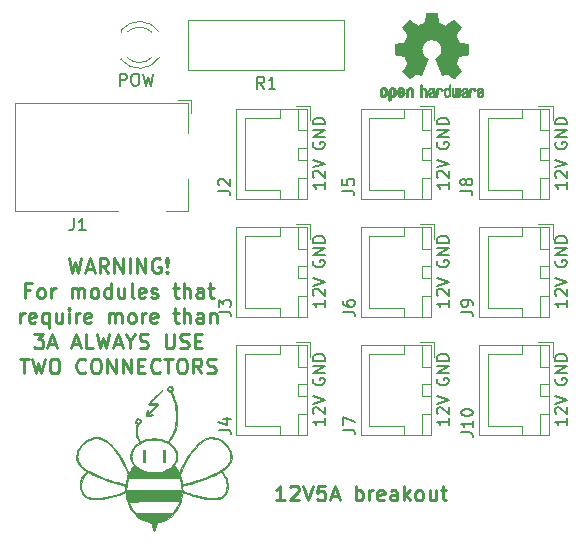
<source format=gbr>
G04 #@! TF.GenerationSoftware,KiCad,Pcbnew,(5.1.4)-1*
G04 #@! TF.CreationDate,2020-10-15T16:48:05+03:00*
G04 #@! TF.ProjectId,12V5A_breakout,31325635-415f-4627-9265-616b6f75742e,rev?*
G04 #@! TF.SameCoordinates,Original*
G04 #@! TF.FileFunction,Legend,Top*
G04 #@! TF.FilePolarity,Positive*
%FSLAX46Y46*%
G04 Gerber Fmt 4.6, Leading zero omitted, Abs format (unit mm)*
G04 Created by KiCad (PCBNEW (5.1.4)-1) date 2020-10-15 16:48:05*
%MOMM*%
%LPD*%
G04 APERTURE LIST*
%ADD10C,0.150000*%
%ADD11C,0.250000*%
%ADD12C,0.120000*%
%ADD13C,0.010000*%
G04 APERTURE END LIST*
D10*
X112952380Y-64619047D02*
X112952380Y-65190476D01*
X112952380Y-64904761D02*
X111952380Y-64904761D01*
X112095238Y-65000000D01*
X112190476Y-65095238D01*
X112238095Y-65190476D01*
X112047619Y-64238095D02*
X112000000Y-64190476D01*
X111952380Y-64095238D01*
X111952380Y-63857142D01*
X112000000Y-63761904D01*
X112047619Y-63714285D01*
X112142857Y-63666666D01*
X112238095Y-63666666D01*
X112380952Y-63714285D01*
X112952380Y-64285714D01*
X112952380Y-63666666D01*
X111952380Y-63380952D02*
X112952380Y-63047619D01*
X111952380Y-62714285D01*
X112000000Y-61261904D02*
X111952380Y-61357142D01*
X111952380Y-61500000D01*
X112000000Y-61642857D01*
X112095238Y-61738095D01*
X112190476Y-61785714D01*
X112380952Y-61833333D01*
X112523809Y-61833333D01*
X112714285Y-61785714D01*
X112809523Y-61738095D01*
X112904761Y-61642857D01*
X112952380Y-61500000D01*
X112952380Y-61404761D01*
X112904761Y-61261904D01*
X112857142Y-61214285D01*
X112523809Y-61214285D01*
X112523809Y-61404761D01*
X112952380Y-60785714D02*
X111952380Y-60785714D01*
X112952380Y-60214285D01*
X111952380Y-60214285D01*
X112952380Y-59738095D02*
X111952380Y-59738095D01*
X111952380Y-59500000D01*
X112000000Y-59357142D01*
X112095238Y-59261904D01*
X112190476Y-59214285D01*
X112380952Y-59166666D01*
X112523809Y-59166666D01*
X112714285Y-59214285D01*
X112809523Y-59261904D01*
X112904761Y-59357142D01*
X112952380Y-59500000D01*
X112952380Y-59738095D01*
X102452380Y-64619047D02*
X102452380Y-65190476D01*
X102452380Y-64904761D02*
X101452380Y-64904761D01*
X101595238Y-65000000D01*
X101690476Y-65095238D01*
X101738095Y-65190476D01*
X101547619Y-64238095D02*
X101500000Y-64190476D01*
X101452380Y-64095238D01*
X101452380Y-63857142D01*
X101500000Y-63761904D01*
X101547619Y-63714285D01*
X101642857Y-63666666D01*
X101738095Y-63666666D01*
X101880952Y-63714285D01*
X102452380Y-64285714D01*
X102452380Y-63666666D01*
X101452380Y-63380952D02*
X102452380Y-63047619D01*
X101452380Y-62714285D01*
X101500000Y-61261904D02*
X101452380Y-61357142D01*
X101452380Y-61500000D01*
X101500000Y-61642857D01*
X101595238Y-61738095D01*
X101690476Y-61785714D01*
X101880952Y-61833333D01*
X102023809Y-61833333D01*
X102214285Y-61785714D01*
X102309523Y-61738095D01*
X102404761Y-61642857D01*
X102452380Y-61500000D01*
X102452380Y-61404761D01*
X102404761Y-61261904D01*
X102357142Y-61214285D01*
X102023809Y-61214285D01*
X102023809Y-61404761D01*
X102452380Y-60785714D02*
X101452380Y-60785714D01*
X102452380Y-60214285D01*
X101452380Y-60214285D01*
X102452380Y-59738095D02*
X101452380Y-59738095D01*
X101452380Y-59500000D01*
X101500000Y-59357142D01*
X101595238Y-59261904D01*
X101690476Y-59214285D01*
X101880952Y-59166666D01*
X102023809Y-59166666D01*
X102214285Y-59214285D01*
X102309523Y-59261904D01*
X102404761Y-59357142D01*
X102452380Y-59500000D01*
X102452380Y-59738095D01*
X102452380Y-74619047D02*
X102452380Y-75190476D01*
X102452380Y-74904761D02*
X101452380Y-74904761D01*
X101595238Y-75000000D01*
X101690476Y-75095238D01*
X101738095Y-75190476D01*
X101547619Y-74238095D02*
X101500000Y-74190476D01*
X101452380Y-74095238D01*
X101452380Y-73857142D01*
X101500000Y-73761904D01*
X101547619Y-73714285D01*
X101642857Y-73666666D01*
X101738095Y-73666666D01*
X101880952Y-73714285D01*
X102452380Y-74285714D01*
X102452380Y-73666666D01*
X101452380Y-73380952D02*
X102452380Y-73047619D01*
X101452380Y-72714285D01*
X101500000Y-71261904D02*
X101452380Y-71357142D01*
X101452380Y-71500000D01*
X101500000Y-71642857D01*
X101595238Y-71738095D01*
X101690476Y-71785714D01*
X101880952Y-71833333D01*
X102023809Y-71833333D01*
X102214285Y-71785714D01*
X102309523Y-71738095D01*
X102404761Y-71642857D01*
X102452380Y-71500000D01*
X102452380Y-71404761D01*
X102404761Y-71261904D01*
X102357142Y-71214285D01*
X102023809Y-71214285D01*
X102023809Y-71404761D01*
X102452380Y-70785714D02*
X101452380Y-70785714D01*
X102452380Y-70214285D01*
X101452380Y-70214285D01*
X102452380Y-69738095D02*
X101452380Y-69738095D01*
X101452380Y-69500000D01*
X101500000Y-69357142D01*
X101595238Y-69261904D01*
X101690476Y-69214285D01*
X101880952Y-69166666D01*
X102023809Y-69166666D01*
X102214285Y-69214285D01*
X102309523Y-69261904D01*
X102404761Y-69357142D01*
X102452380Y-69500000D01*
X102452380Y-69738095D01*
X112952380Y-74619047D02*
X112952380Y-75190476D01*
X112952380Y-74904761D02*
X111952380Y-74904761D01*
X112095238Y-75000000D01*
X112190476Y-75095238D01*
X112238095Y-75190476D01*
X112047619Y-74238095D02*
X112000000Y-74190476D01*
X111952380Y-74095238D01*
X111952380Y-73857142D01*
X112000000Y-73761904D01*
X112047619Y-73714285D01*
X112142857Y-73666666D01*
X112238095Y-73666666D01*
X112380952Y-73714285D01*
X112952380Y-74285714D01*
X112952380Y-73666666D01*
X111952380Y-73380952D02*
X112952380Y-73047619D01*
X111952380Y-72714285D01*
X112000000Y-71261904D02*
X111952380Y-71357142D01*
X111952380Y-71500000D01*
X112000000Y-71642857D01*
X112095238Y-71738095D01*
X112190476Y-71785714D01*
X112380952Y-71833333D01*
X112523809Y-71833333D01*
X112714285Y-71785714D01*
X112809523Y-71738095D01*
X112904761Y-71642857D01*
X112952380Y-71500000D01*
X112952380Y-71404761D01*
X112904761Y-71261904D01*
X112857142Y-71214285D01*
X112523809Y-71214285D01*
X112523809Y-71404761D01*
X112952380Y-70785714D02*
X111952380Y-70785714D01*
X112952380Y-70214285D01*
X111952380Y-70214285D01*
X112952380Y-69738095D02*
X111952380Y-69738095D01*
X111952380Y-69500000D01*
X112000000Y-69357142D01*
X112095238Y-69261904D01*
X112190476Y-69214285D01*
X112380952Y-69166666D01*
X112523809Y-69166666D01*
X112714285Y-69214285D01*
X112809523Y-69261904D01*
X112904761Y-69357142D01*
X112952380Y-69500000D01*
X112952380Y-69738095D01*
X122952380Y-74619047D02*
X122952380Y-75190476D01*
X122952380Y-74904761D02*
X121952380Y-74904761D01*
X122095238Y-75000000D01*
X122190476Y-75095238D01*
X122238095Y-75190476D01*
X122047619Y-74238095D02*
X122000000Y-74190476D01*
X121952380Y-74095238D01*
X121952380Y-73857142D01*
X122000000Y-73761904D01*
X122047619Y-73714285D01*
X122142857Y-73666666D01*
X122238095Y-73666666D01*
X122380952Y-73714285D01*
X122952380Y-74285714D01*
X122952380Y-73666666D01*
X121952380Y-73380952D02*
X122952380Y-73047619D01*
X121952380Y-72714285D01*
X122000000Y-71261904D02*
X121952380Y-71357142D01*
X121952380Y-71500000D01*
X122000000Y-71642857D01*
X122095238Y-71738095D01*
X122190476Y-71785714D01*
X122380952Y-71833333D01*
X122523809Y-71833333D01*
X122714285Y-71785714D01*
X122809523Y-71738095D01*
X122904761Y-71642857D01*
X122952380Y-71500000D01*
X122952380Y-71404761D01*
X122904761Y-71261904D01*
X122857142Y-71214285D01*
X122523809Y-71214285D01*
X122523809Y-71404761D01*
X122952380Y-70785714D02*
X121952380Y-70785714D01*
X122952380Y-70214285D01*
X121952380Y-70214285D01*
X122952380Y-69738095D02*
X121952380Y-69738095D01*
X121952380Y-69500000D01*
X122000000Y-69357142D01*
X122095238Y-69261904D01*
X122190476Y-69214285D01*
X122380952Y-69166666D01*
X122523809Y-69166666D01*
X122714285Y-69214285D01*
X122809523Y-69261904D01*
X122904761Y-69357142D01*
X122952380Y-69500000D01*
X122952380Y-69738095D01*
X122952380Y-64619047D02*
X122952380Y-65190476D01*
X122952380Y-64904761D02*
X121952380Y-64904761D01*
X122095238Y-65000000D01*
X122190476Y-65095238D01*
X122238095Y-65190476D01*
X122047619Y-64238095D02*
X122000000Y-64190476D01*
X121952380Y-64095238D01*
X121952380Y-63857142D01*
X122000000Y-63761904D01*
X122047619Y-63714285D01*
X122142857Y-63666666D01*
X122238095Y-63666666D01*
X122380952Y-63714285D01*
X122952380Y-64285714D01*
X122952380Y-63666666D01*
X121952380Y-63380952D02*
X122952380Y-63047619D01*
X121952380Y-62714285D01*
X122000000Y-61261904D02*
X121952380Y-61357142D01*
X121952380Y-61500000D01*
X122000000Y-61642857D01*
X122095238Y-61738095D01*
X122190476Y-61785714D01*
X122380952Y-61833333D01*
X122523809Y-61833333D01*
X122714285Y-61785714D01*
X122809523Y-61738095D01*
X122904761Y-61642857D01*
X122952380Y-61500000D01*
X122952380Y-61404761D01*
X122904761Y-61261904D01*
X122857142Y-61214285D01*
X122523809Y-61214285D01*
X122523809Y-61404761D01*
X122952380Y-60785714D02*
X121952380Y-60785714D01*
X122952380Y-60214285D01*
X121952380Y-60214285D01*
X122952380Y-59738095D02*
X121952380Y-59738095D01*
X121952380Y-59500000D01*
X122000000Y-59357142D01*
X122095238Y-59261904D01*
X122190476Y-59214285D01*
X122380952Y-59166666D01*
X122523809Y-59166666D01*
X122714285Y-59214285D01*
X122809523Y-59261904D01*
X122904761Y-59357142D01*
X122952380Y-59500000D01*
X122952380Y-59738095D01*
X122952380Y-54619047D02*
X122952380Y-55190476D01*
X122952380Y-54904761D02*
X121952380Y-54904761D01*
X122095238Y-55000000D01*
X122190476Y-55095238D01*
X122238095Y-55190476D01*
X122047619Y-54238095D02*
X122000000Y-54190476D01*
X121952380Y-54095238D01*
X121952380Y-53857142D01*
X122000000Y-53761904D01*
X122047619Y-53714285D01*
X122142857Y-53666666D01*
X122238095Y-53666666D01*
X122380952Y-53714285D01*
X122952380Y-54285714D01*
X122952380Y-53666666D01*
X121952380Y-53380952D02*
X122952380Y-53047619D01*
X121952380Y-52714285D01*
X122000000Y-51261904D02*
X121952380Y-51357142D01*
X121952380Y-51500000D01*
X122000000Y-51642857D01*
X122095238Y-51738095D01*
X122190476Y-51785714D01*
X122380952Y-51833333D01*
X122523809Y-51833333D01*
X122714285Y-51785714D01*
X122809523Y-51738095D01*
X122904761Y-51642857D01*
X122952380Y-51500000D01*
X122952380Y-51404761D01*
X122904761Y-51261904D01*
X122857142Y-51214285D01*
X122523809Y-51214285D01*
X122523809Y-51404761D01*
X122952380Y-50785714D02*
X121952380Y-50785714D01*
X122952380Y-50214285D01*
X121952380Y-50214285D01*
X122952380Y-49738095D02*
X121952380Y-49738095D01*
X121952380Y-49500000D01*
X122000000Y-49357142D01*
X122095238Y-49261904D01*
X122190476Y-49214285D01*
X122380952Y-49166666D01*
X122523809Y-49166666D01*
X122714285Y-49214285D01*
X122809523Y-49261904D01*
X122904761Y-49357142D01*
X122952380Y-49500000D01*
X122952380Y-49738095D01*
X112952380Y-54619047D02*
X112952380Y-55190476D01*
X112952380Y-54904761D02*
X111952380Y-54904761D01*
X112095238Y-55000000D01*
X112190476Y-55095238D01*
X112238095Y-55190476D01*
X112047619Y-54238095D02*
X112000000Y-54190476D01*
X111952380Y-54095238D01*
X111952380Y-53857142D01*
X112000000Y-53761904D01*
X112047619Y-53714285D01*
X112142857Y-53666666D01*
X112238095Y-53666666D01*
X112380952Y-53714285D01*
X112952380Y-54285714D01*
X112952380Y-53666666D01*
X111952380Y-53380952D02*
X112952380Y-53047619D01*
X111952380Y-52714285D01*
X112000000Y-51261904D02*
X111952380Y-51357142D01*
X111952380Y-51500000D01*
X112000000Y-51642857D01*
X112095238Y-51738095D01*
X112190476Y-51785714D01*
X112380952Y-51833333D01*
X112523809Y-51833333D01*
X112714285Y-51785714D01*
X112809523Y-51738095D01*
X112904761Y-51642857D01*
X112952380Y-51500000D01*
X112952380Y-51404761D01*
X112904761Y-51261904D01*
X112857142Y-51214285D01*
X112523809Y-51214285D01*
X112523809Y-51404761D01*
X112952380Y-50785714D02*
X111952380Y-50785714D01*
X112952380Y-50214285D01*
X111952380Y-50214285D01*
X112952380Y-49738095D02*
X111952380Y-49738095D01*
X111952380Y-49500000D01*
X112000000Y-49357142D01*
X112095238Y-49261904D01*
X112190476Y-49214285D01*
X112380952Y-49166666D01*
X112523809Y-49166666D01*
X112714285Y-49214285D01*
X112809523Y-49261904D01*
X112904761Y-49357142D01*
X112952380Y-49500000D01*
X112952380Y-49738095D01*
X102452380Y-54619047D02*
X102452380Y-55190476D01*
X102452380Y-54904761D02*
X101452380Y-54904761D01*
X101595238Y-55000000D01*
X101690476Y-55095238D01*
X101738095Y-55190476D01*
X101547619Y-54238095D02*
X101500000Y-54190476D01*
X101452380Y-54095238D01*
X101452380Y-53857142D01*
X101500000Y-53761904D01*
X101547619Y-53714285D01*
X101642857Y-53666666D01*
X101738095Y-53666666D01*
X101880952Y-53714285D01*
X102452380Y-54285714D01*
X102452380Y-53666666D01*
X101452380Y-53380952D02*
X102452380Y-53047619D01*
X101452380Y-52714285D01*
X101500000Y-51261904D02*
X101452380Y-51357142D01*
X101452380Y-51500000D01*
X101500000Y-51642857D01*
X101595238Y-51738095D01*
X101690476Y-51785714D01*
X101880952Y-51833333D01*
X102023809Y-51833333D01*
X102214285Y-51785714D01*
X102309523Y-51738095D01*
X102404761Y-51642857D01*
X102452380Y-51500000D01*
X102452380Y-51404761D01*
X102404761Y-51261904D01*
X102357142Y-51214285D01*
X102023809Y-51214285D01*
X102023809Y-51404761D01*
X102452380Y-50785714D02*
X101452380Y-50785714D01*
X102452380Y-50214285D01*
X101452380Y-50214285D01*
X102452380Y-49738095D02*
X101452380Y-49738095D01*
X101452380Y-49500000D01*
X101500000Y-49357142D01*
X101595238Y-49261904D01*
X101690476Y-49214285D01*
X101880952Y-49166666D01*
X102023809Y-49166666D01*
X102214285Y-49214285D01*
X102309523Y-49261904D01*
X102404761Y-49357142D01*
X102452380Y-49500000D01*
X102452380Y-49738095D01*
D11*
X80773809Y-61065476D02*
X81071428Y-62315476D01*
X81309523Y-61422619D01*
X81547619Y-62315476D01*
X81845238Y-61065476D01*
X82261904Y-61958333D02*
X82857142Y-61958333D01*
X82142857Y-62315476D02*
X82559523Y-61065476D01*
X82976190Y-62315476D01*
X84107142Y-62315476D02*
X83690476Y-61720238D01*
X83392857Y-62315476D02*
X83392857Y-61065476D01*
X83869047Y-61065476D01*
X83988095Y-61125000D01*
X84047619Y-61184523D01*
X84107142Y-61303571D01*
X84107142Y-61482142D01*
X84047619Y-61601190D01*
X83988095Y-61660714D01*
X83869047Y-61720238D01*
X83392857Y-61720238D01*
X84642857Y-62315476D02*
X84642857Y-61065476D01*
X85357142Y-62315476D01*
X85357142Y-61065476D01*
X85952380Y-62315476D02*
X85952380Y-61065476D01*
X86547619Y-62315476D02*
X86547619Y-61065476D01*
X87261904Y-62315476D01*
X87261904Y-61065476D01*
X88511904Y-61125000D02*
X88392857Y-61065476D01*
X88214285Y-61065476D01*
X88035714Y-61125000D01*
X87916666Y-61244047D01*
X87857142Y-61363095D01*
X87797619Y-61601190D01*
X87797619Y-61779761D01*
X87857142Y-62017857D01*
X87916666Y-62136904D01*
X88035714Y-62255952D01*
X88214285Y-62315476D01*
X88333333Y-62315476D01*
X88511904Y-62255952D01*
X88571428Y-62196428D01*
X88571428Y-61779761D01*
X88333333Y-61779761D01*
X89107142Y-62196428D02*
X89166666Y-62255952D01*
X89107142Y-62315476D01*
X89047619Y-62255952D01*
X89107142Y-62196428D01*
X89107142Y-62315476D01*
X89107142Y-61839285D02*
X89047619Y-61125000D01*
X89107142Y-61065476D01*
X89166666Y-61125000D01*
X89107142Y-61839285D01*
X89107142Y-61065476D01*
X77529761Y-63785714D02*
X77113095Y-63785714D01*
X77113095Y-64440476D02*
X77113095Y-63190476D01*
X77708333Y-63190476D01*
X78363095Y-64440476D02*
X78244047Y-64380952D01*
X78184523Y-64321428D01*
X78125000Y-64202380D01*
X78125000Y-63845238D01*
X78184523Y-63726190D01*
X78244047Y-63666666D01*
X78363095Y-63607142D01*
X78541666Y-63607142D01*
X78660714Y-63666666D01*
X78720238Y-63726190D01*
X78779761Y-63845238D01*
X78779761Y-64202380D01*
X78720238Y-64321428D01*
X78660714Y-64380952D01*
X78541666Y-64440476D01*
X78363095Y-64440476D01*
X79315476Y-64440476D02*
X79315476Y-63607142D01*
X79315476Y-63845238D02*
X79375000Y-63726190D01*
X79434523Y-63666666D01*
X79553571Y-63607142D01*
X79672619Y-63607142D01*
X81041666Y-64440476D02*
X81041666Y-63607142D01*
X81041666Y-63726190D02*
X81101190Y-63666666D01*
X81220238Y-63607142D01*
X81398809Y-63607142D01*
X81517857Y-63666666D01*
X81577380Y-63785714D01*
X81577380Y-64440476D01*
X81577380Y-63785714D02*
X81636904Y-63666666D01*
X81755952Y-63607142D01*
X81934523Y-63607142D01*
X82053571Y-63666666D01*
X82113095Y-63785714D01*
X82113095Y-64440476D01*
X82886904Y-64440476D02*
X82767857Y-64380952D01*
X82708333Y-64321428D01*
X82648809Y-64202380D01*
X82648809Y-63845238D01*
X82708333Y-63726190D01*
X82767857Y-63666666D01*
X82886904Y-63607142D01*
X83065476Y-63607142D01*
X83184523Y-63666666D01*
X83244047Y-63726190D01*
X83303571Y-63845238D01*
X83303571Y-64202380D01*
X83244047Y-64321428D01*
X83184523Y-64380952D01*
X83065476Y-64440476D01*
X82886904Y-64440476D01*
X84375000Y-64440476D02*
X84375000Y-63190476D01*
X84375000Y-64380952D02*
X84255952Y-64440476D01*
X84017857Y-64440476D01*
X83898809Y-64380952D01*
X83839285Y-64321428D01*
X83779761Y-64202380D01*
X83779761Y-63845238D01*
X83839285Y-63726190D01*
X83898809Y-63666666D01*
X84017857Y-63607142D01*
X84255952Y-63607142D01*
X84375000Y-63666666D01*
X85505952Y-63607142D02*
X85505952Y-64440476D01*
X84970238Y-63607142D02*
X84970238Y-64261904D01*
X85029761Y-64380952D01*
X85148809Y-64440476D01*
X85327380Y-64440476D01*
X85446428Y-64380952D01*
X85505952Y-64321428D01*
X86279761Y-64440476D02*
X86160714Y-64380952D01*
X86101190Y-64261904D01*
X86101190Y-63190476D01*
X87232142Y-64380952D02*
X87113095Y-64440476D01*
X86875000Y-64440476D01*
X86755952Y-64380952D01*
X86696428Y-64261904D01*
X86696428Y-63785714D01*
X86755952Y-63666666D01*
X86875000Y-63607142D01*
X87113095Y-63607142D01*
X87232142Y-63666666D01*
X87291666Y-63785714D01*
X87291666Y-63904761D01*
X86696428Y-64023809D01*
X87767857Y-64380952D02*
X87886904Y-64440476D01*
X88125000Y-64440476D01*
X88244047Y-64380952D01*
X88303571Y-64261904D01*
X88303571Y-64202380D01*
X88244047Y-64083333D01*
X88125000Y-64023809D01*
X87946428Y-64023809D01*
X87827380Y-63964285D01*
X87767857Y-63845238D01*
X87767857Y-63785714D01*
X87827380Y-63666666D01*
X87946428Y-63607142D01*
X88125000Y-63607142D01*
X88244047Y-63666666D01*
X89613095Y-63607142D02*
X90089285Y-63607142D01*
X89791666Y-63190476D02*
X89791666Y-64261904D01*
X89851190Y-64380952D01*
X89970238Y-64440476D01*
X90089285Y-64440476D01*
X90505952Y-64440476D02*
X90505952Y-63190476D01*
X91041666Y-64440476D02*
X91041666Y-63785714D01*
X90982142Y-63666666D01*
X90863095Y-63607142D01*
X90684523Y-63607142D01*
X90565476Y-63666666D01*
X90505952Y-63726190D01*
X92172619Y-64440476D02*
X92172619Y-63785714D01*
X92113095Y-63666666D01*
X91994047Y-63607142D01*
X91755952Y-63607142D01*
X91636904Y-63666666D01*
X92172619Y-64380952D02*
X92053571Y-64440476D01*
X91755952Y-64440476D01*
X91636904Y-64380952D01*
X91577380Y-64261904D01*
X91577380Y-64142857D01*
X91636904Y-64023809D01*
X91755952Y-63964285D01*
X92053571Y-63964285D01*
X92172619Y-63904761D01*
X92589285Y-63607142D02*
X93065476Y-63607142D01*
X92767857Y-63190476D02*
X92767857Y-64261904D01*
X92827380Y-64380952D01*
X92946428Y-64440476D01*
X93065476Y-64440476D01*
X76696428Y-66565476D02*
X76696428Y-65732142D01*
X76696428Y-65970238D02*
X76755952Y-65851190D01*
X76815476Y-65791666D01*
X76934523Y-65732142D01*
X77053571Y-65732142D01*
X77946428Y-66505952D02*
X77827380Y-66565476D01*
X77589285Y-66565476D01*
X77470238Y-66505952D01*
X77410714Y-66386904D01*
X77410714Y-65910714D01*
X77470238Y-65791666D01*
X77589285Y-65732142D01*
X77827380Y-65732142D01*
X77946428Y-65791666D01*
X78005952Y-65910714D01*
X78005952Y-66029761D01*
X77410714Y-66148809D01*
X79077380Y-65732142D02*
X79077380Y-66982142D01*
X79077380Y-66505952D02*
X78958333Y-66565476D01*
X78720238Y-66565476D01*
X78601190Y-66505952D01*
X78541666Y-66446428D01*
X78482142Y-66327380D01*
X78482142Y-65970238D01*
X78541666Y-65851190D01*
X78601190Y-65791666D01*
X78720238Y-65732142D01*
X78958333Y-65732142D01*
X79077380Y-65791666D01*
X80208333Y-65732142D02*
X80208333Y-66565476D01*
X79672619Y-65732142D02*
X79672619Y-66386904D01*
X79732142Y-66505952D01*
X79851190Y-66565476D01*
X80029761Y-66565476D01*
X80148809Y-66505952D01*
X80208333Y-66446428D01*
X80803571Y-66565476D02*
X80803571Y-65732142D01*
X80803571Y-65315476D02*
X80744047Y-65375000D01*
X80803571Y-65434523D01*
X80863095Y-65375000D01*
X80803571Y-65315476D01*
X80803571Y-65434523D01*
X81398809Y-66565476D02*
X81398809Y-65732142D01*
X81398809Y-65970238D02*
X81458333Y-65851190D01*
X81517857Y-65791666D01*
X81636904Y-65732142D01*
X81755952Y-65732142D01*
X82648809Y-66505952D02*
X82529761Y-66565476D01*
X82291666Y-66565476D01*
X82172619Y-66505952D01*
X82113095Y-66386904D01*
X82113095Y-65910714D01*
X82172619Y-65791666D01*
X82291666Y-65732142D01*
X82529761Y-65732142D01*
X82648809Y-65791666D01*
X82708333Y-65910714D01*
X82708333Y-66029761D01*
X82113095Y-66148809D01*
X84196428Y-66565476D02*
X84196428Y-65732142D01*
X84196428Y-65851190D02*
X84255952Y-65791666D01*
X84375000Y-65732142D01*
X84553571Y-65732142D01*
X84672619Y-65791666D01*
X84732142Y-65910714D01*
X84732142Y-66565476D01*
X84732142Y-65910714D02*
X84791666Y-65791666D01*
X84910714Y-65732142D01*
X85089285Y-65732142D01*
X85208333Y-65791666D01*
X85267857Y-65910714D01*
X85267857Y-66565476D01*
X86041666Y-66565476D02*
X85922619Y-66505952D01*
X85863095Y-66446428D01*
X85803571Y-66327380D01*
X85803571Y-65970238D01*
X85863095Y-65851190D01*
X85922619Y-65791666D01*
X86041666Y-65732142D01*
X86220238Y-65732142D01*
X86339285Y-65791666D01*
X86398809Y-65851190D01*
X86458333Y-65970238D01*
X86458333Y-66327380D01*
X86398809Y-66446428D01*
X86339285Y-66505952D01*
X86220238Y-66565476D01*
X86041666Y-66565476D01*
X86994047Y-66565476D02*
X86994047Y-65732142D01*
X86994047Y-65970238D02*
X87053571Y-65851190D01*
X87113095Y-65791666D01*
X87232142Y-65732142D01*
X87351190Y-65732142D01*
X88244047Y-66505952D02*
X88125000Y-66565476D01*
X87886904Y-66565476D01*
X87767857Y-66505952D01*
X87708333Y-66386904D01*
X87708333Y-65910714D01*
X87767857Y-65791666D01*
X87886904Y-65732142D01*
X88125000Y-65732142D01*
X88244047Y-65791666D01*
X88303571Y-65910714D01*
X88303571Y-66029761D01*
X87708333Y-66148809D01*
X89613095Y-65732142D02*
X90089285Y-65732142D01*
X89791666Y-65315476D02*
X89791666Y-66386904D01*
X89851190Y-66505952D01*
X89970238Y-66565476D01*
X90089285Y-66565476D01*
X90505952Y-66565476D02*
X90505952Y-65315476D01*
X91041666Y-66565476D02*
X91041666Y-65910714D01*
X90982142Y-65791666D01*
X90863095Y-65732142D01*
X90684523Y-65732142D01*
X90565476Y-65791666D01*
X90505952Y-65851190D01*
X92172619Y-66565476D02*
X92172619Y-65910714D01*
X92113095Y-65791666D01*
X91994047Y-65732142D01*
X91755952Y-65732142D01*
X91636904Y-65791666D01*
X92172619Y-66505952D02*
X92053571Y-66565476D01*
X91755952Y-66565476D01*
X91636904Y-66505952D01*
X91577380Y-66386904D01*
X91577380Y-66267857D01*
X91636904Y-66148809D01*
X91755952Y-66089285D01*
X92053571Y-66089285D01*
X92172619Y-66029761D01*
X92767857Y-65732142D02*
X92767857Y-66565476D01*
X92767857Y-65851190D02*
X92827380Y-65791666D01*
X92946428Y-65732142D01*
X93125000Y-65732142D01*
X93244047Y-65791666D01*
X93303571Y-65910714D01*
X93303571Y-66565476D01*
X77857142Y-67440476D02*
X78630952Y-67440476D01*
X78214285Y-67916666D01*
X78392857Y-67916666D01*
X78511904Y-67976190D01*
X78571428Y-68035714D01*
X78630952Y-68154761D01*
X78630952Y-68452380D01*
X78571428Y-68571428D01*
X78511904Y-68630952D01*
X78392857Y-68690476D01*
X78035714Y-68690476D01*
X77916666Y-68630952D01*
X77857142Y-68571428D01*
X79107142Y-68333333D02*
X79702380Y-68333333D01*
X78988095Y-68690476D02*
X79404761Y-67440476D01*
X79821428Y-68690476D01*
X81130952Y-68333333D02*
X81726190Y-68333333D01*
X81011904Y-68690476D02*
X81428571Y-67440476D01*
X81845238Y-68690476D01*
X82857142Y-68690476D02*
X82261904Y-68690476D01*
X82261904Y-67440476D01*
X83154761Y-67440476D02*
X83452380Y-68690476D01*
X83690476Y-67797619D01*
X83928571Y-68690476D01*
X84226190Y-67440476D01*
X84642857Y-68333333D02*
X85238095Y-68333333D01*
X84523809Y-68690476D02*
X84940476Y-67440476D01*
X85357142Y-68690476D01*
X86011904Y-68095238D02*
X86011904Y-68690476D01*
X85595238Y-67440476D02*
X86011904Y-68095238D01*
X86428571Y-67440476D01*
X86785714Y-68630952D02*
X86964285Y-68690476D01*
X87261904Y-68690476D01*
X87380952Y-68630952D01*
X87440476Y-68571428D01*
X87500000Y-68452380D01*
X87500000Y-68333333D01*
X87440476Y-68214285D01*
X87380952Y-68154761D01*
X87261904Y-68095238D01*
X87023809Y-68035714D01*
X86904761Y-67976190D01*
X86845238Y-67916666D01*
X86785714Y-67797619D01*
X86785714Y-67678571D01*
X86845238Y-67559523D01*
X86904761Y-67500000D01*
X87023809Y-67440476D01*
X87321428Y-67440476D01*
X87500000Y-67500000D01*
X88988095Y-67440476D02*
X88988095Y-68452380D01*
X89047619Y-68571428D01*
X89107142Y-68630952D01*
X89226190Y-68690476D01*
X89464285Y-68690476D01*
X89583333Y-68630952D01*
X89642857Y-68571428D01*
X89702380Y-68452380D01*
X89702380Y-67440476D01*
X90238095Y-68630952D02*
X90416666Y-68690476D01*
X90714285Y-68690476D01*
X90833333Y-68630952D01*
X90892857Y-68571428D01*
X90952380Y-68452380D01*
X90952380Y-68333333D01*
X90892857Y-68214285D01*
X90833333Y-68154761D01*
X90714285Y-68095238D01*
X90476190Y-68035714D01*
X90357142Y-67976190D01*
X90297619Y-67916666D01*
X90238095Y-67797619D01*
X90238095Y-67678571D01*
X90297619Y-67559523D01*
X90357142Y-67500000D01*
X90476190Y-67440476D01*
X90773809Y-67440476D01*
X90952380Y-67500000D01*
X91488095Y-68035714D02*
X91904761Y-68035714D01*
X92083333Y-68690476D02*
X91488095Y-68690476D01*
X91488095Y-67440476D01*
X92083333Y-67440476D01*
X76666666Y-69565476D02*
X77380952Y-69565476D01*
X77023809Y-70815476D02*
X77023809Y-69565476D01*
X77678571Y-69565476D02*
X77976190Y-70815476D01*
X78214285Y-69922619D01*
X78452380Y-70815476D01*
X78750000Y-69565476D01*
X79464285Y-69565476D02*
X79702380Y-69565476D01*
X79821428Y-69625000D01*
X79940476Y-69744047D01*
X80000000Y-69982142D01*
X80000000Y-70398809D01*
X79940476Y-70636904D01*
X79821428Y-70755952D01*
X79702380Y-70815476D01*
X79464285Y-70815476D01*
X79345238Y-70755952D01*
X79226190Y-70636904D01*
X79166666Y-70398809D01*
X79166666Y-69982142D01*
X79226190Y-69744047D01*
X79345238Y-69625000D01*
X79464285Y-69565476D01*
X82202380Y-70696428D02*
X82142857Y-70755952D01*
X81964285Y-70815476D01*
X81845238Y-70815476D01*
X81666666Y-70755952D01*
X81547619Y-70636904D01*
X81488095Y-70517857D01*
X81428571Y-70279761D01*
X81428571Y-70101190D01*
X81488095Y-69863095D01*
X81547619Y-69744047D01*
X81666666Y-69625000D01*
X81845238Y-69565476D01*
X81964285Y-69565476D01*
X82142857Y-69625000D01*
X82202380Y-69684523D01*
X82976190Y-69565476D02*
X83214285Y-69565476D01*
X83333333Y-69625000D01*
X83452380Y-69744047D01*
X83511904Y-69982142D01*
X83511904Y-70398809D01*
X83452380Y-70636904D01*
X83333333Y-70755952D01*
X83214285Y-70815476D01*
X82976190Y-70815476D01*
X82857142Y-70755952D01*
X82738095Y-70636904D01*
X82678571Y-70398809D01*
X82678571Y-69982142D01*
X82738095Y-69744047D01*
X82857142Y-69625000D01*
X82976190Y-69565476D01*
X84047619Y-70815476D02*
X84047619Y-69565476D01*
X84761904Y-70815476D01*
X84761904Y-69565476D01*
X85357142Y-70815476D02*
X85357142Y-69565476D01*
X86071428Y-70815476D01*
X86071428Y-69565476D01*
X86666666Y-70160714D02*
X87083333Y-70160714D01*
X87261904Y-70815476D02*
X86666666Y-70815476D01*
X86666666Y-69565476D01*
X87261904Y-69565476D01*
X88511904Y-70696428D02*
X88452380Y-70755952D01*
X88273809Y-70815476D01*
X88154761Y-70815476D01*
X87976190Y-70755952D01*
X87857142Y-70636904D01*
X87797619Y-70517857D01*
X87738095Y-70279761D01*
X87738095Y-70101190D01*
X87797619Y-69863095D01*
X87857142Y-69744047D01*
X87976190Y-69625000D01*
X88154761Y-69565476D01*
X88273809Y-69565476D01*
X88452380Y-69625000D01*
X88511904Y-69684523D01*
X88869047Y-69565476D02*
X89583333Y-69565476D01*
X89226190Y-70815476D02*
X89226190Y-69565476D01*
X90238095Y-69565476D02*
X90476190Y-69565476D01*
X90595238Y-69625000D01*
X90714285Y-69744047D01*
X90773809Y-69982142D01*
X90773809Y-70398809D01*
X90714285Y-70636904D01*
X90595238Y-70755952D01*
X90476190Y-70815476D01*
X90238095Y-70815476D01*
X90119047Y-70755952D01*
X90000000Y-70636904D01*
X89940476Y-70398809D01*
X89940476Y-69982142D01*
X90000000Y-69744047D01*
X90119047Y-69625000D01*
X90238095Y-69565476D01*
X92023809Y-70815476D02*
X91607142Y-70220238D01*
X91309523Y-70815476D02*
X91309523Y-69565476D01*
X91785714Y-69565476D01*
X91904761Y-69625000D01*
X91964285Y-69684523D01*
X92023809Y-69803571D01*
X92023809Y-69982142D01*
X91964285Y-70101190D01*
X91904761Y-70160714D01*
X91785714Y-70220238D01*
X91309523Y-70220238D01*
X92500000Y-70755952D02*
X92678571Y-70815476D01*
X92976190Y-70815476D01*
X93095238Y-70755952D01*
X93154761Y-70696428D01*
X93214285Y-70577380D01*
X93214285Y-70458333D01*
X93154761Y-70339285D01*
X93095238Y-70279761D01*
X92976190Y-70220238D01*
X92738095Y-70160714D01*
X92619047Y-70101190D01*
X92559523Y-70041666D01*
X92500000Y-69922619D01*
X92500000Y-69803571D01*
X92559523Y-69684523D01*
X92619047Y-69625000D01*
X92738095Y-69565476D01*
X93035714Y-69565476D01*
X93214285Y-69625000D01*
X99071428Y-81565476D02*
X98357142Y-81565476D01*
X98714285Y-81565476D02*
X98714285Y-80315476D01*
X98595238Y-80494047D01*
X98476190Y-80613095D01*
X98357142Y-80672619D01*
X99547619Y-80434523D02*
X99607142Y-80375000D01*
X99726190Y-80315476D01*
X100023809Y-80315476D01*
X100142857Y-80375000D01*
X100202380Y-80434523D01*
X100261904Y-80553571D01*
X100261904Y-80672619D01*
X100202380Y-80851190D01*
X99488095Y-81565476D01*
X100261904Y-81565476D01*
X100619047Y-80315476D02*
X101035714Y-81565476D01*
X101452380Y-80315476D01*
X102464285Y-80315476D02*
X101869047Y-80315476D01*
X101809523Y-80910714D01*
X101869047Y-80851190D01*
X101988095Y-80791666D01*
X102285714Y-80791666D01*
X102404761Y-80851190D01*
X102464285Y-80910714D01*
X102523809Y-81029761D01*
X102523809Y-81327380D01*
X102464285Y-81446428D01*
X102404761Y-81505952D01*
X102285714Y-81565476D01*
X101988095Y-81565476D01*
X101869047Y-81505952D01*
X101809523Y-81446428D01*
X102999999Y-81208333D02*
X103595238Y-81208333D01*
X102880952Y-81565476D02*
X103297619Y-80315476D01*
X103714285Y-81565476D01*
X105083333Y-81565476D02*
X105083333Y-80315476D01*
X105083333Y-80791666D02*
X105202380Y-80732142D01*
X105440476Y-80732142D01*
X105559523Y-80791666D01*
X105619047Y-80851190D01*
X105678571Y-80970238D01*
X105678571Y-81327380D01*
X105619047Y-81446428D01*
X105559523Y-81505952D01*
X105440476Y-81565476D01*
X105202380Y-81565476D01*
X105083333Y-81505952D01*
X106214285Y-81565476D02*
X106214285Y-80732142D01*
X106214285Y-80970238D02*
X106273809Y-80851190D01*
X106333333Y-80791666D01*
X106452380Y-80732142D01*
X106571428Y-80732142D01*
X107464285Y-81505952D02*
X107345238Y-81565476D01*
X107107142Y-81565476D01*
X106988095Y-81505952D01*
X106928571Y-81386904D01*
X106928571Y-80910714D01*
X106988095Y-80791666D01*
X107107142Y-80732142D01*
X107345238Y-80732142D01*
X107464285Y-80791666D01*
X107523809Y-80910714D01*
X107523809Y-81029761D01*
X106928571Y-81148809D01*
X108595238Y-81565476D02*
X108595238Y-80910714D01*
X108535714Y-80791666D01*
X108416666Y-80732142D01*
X108178571Y-80732142D01*
X108059523Y-80791666D01*
X108595238Y-81505952D02*
X108476190Y-81565476D01*
X108178571Y-81565476D01*
X108059523Y-81505952D01*
X107999999Y-81386904D01*
X107999999Y-81267857D01*
X108059523Y-81148809D01*
X108178571Y-81089285D01*
X108476190Y-81089285D01*
X108595238Y-81029761D01*
X109190476Y-81565476D02*
X109190476Y-80315476D01*
X109309523Y-81089285D02*
X109666666Y-81565476D01*
X109666666Y-80732142D02*
X109190476Y-81208333D01*
X110380952Y-81565476D02*
X110261904Y-81505952D01*
X110202380Y-81446428D01*
X110142857Y-81327380D01*
X110142857Y-80970238D01*
X110202380Y-80851190D01*
X110261904Y-80791666D01*
X110380952Y-80732142D01*
X110559523Y-80732142D01*
X110678571Y-80791666D01*
X110738095Y-80851190D01*
X110797619Y-80970238D01*
X110797619Y-81327380D01*
X110738095Y-81446428D01*
X110678571Y-81505952D01*
X110559523Y-81565476D01*
X110380952Y-81565476D01*
X111869047Y-80732142D02*
X111869047Y-81565476D01*
X111333333Y-80732142D02*
X111333333Y-81386904D01*
X111392857Y-81505952D01*
X111511904Y-81565476D01*
X111690476Y-81565476D01*
X111809523Y-81505952D01*
X111869047Y-81446428D01*
X112285714Y-80732142D02*
X112761904Y-80732142D01*
X112464285Y-80315476D02*
X112464285Y-81386904D01*
X112523809Y-81505952D01*
X112642857Y-81565476D01*
X112761904Y-81565476D01*
D12*
X111750000Y-48150000D02*
X110500000Y-48150000D01*
X111750000Y-49400000D02*
X111750000Y-48150000D01*
X106250000Y-55300000D02*
X106250000Y-52250000D01*
X109200000Y-55300000D02*
X106250000Y-55300000D01*
X109200000Y-56050000D02*
X109200000Y-55300000D01*
X106250000Y-49200000D02*
X106250000Y-52250000D01*
X109200000Y-49200000D02*
X106250000Y-49200000D01*
X109200000Y-48450000D02*
X109200000Y-49200000D01*
X111450000Y-56050000D02*
X111450000Y-54250000D01*
X110700000Y-56050000D02*
X111450000Y-56050000D01*
X110700000Y-54250000D02*
X110700000Y-56050000D01*
X111450000Y-54250000D02*
X110700000Y-54250000D01*
X111450000Y-50250000D02*
X111450000Y-48450000D01*
X110700000Y-50250000D02*
X111450000Y-50250000D01*
X110700000Y-48450000D02*
X110700000Y-50250000D01*
X111450000Y-48450000D02*
X110700000Y-48450000D01*
X111450000Y-52750000D02*
X111450000Y-51750000D01*
X110700000Y-52750000D02*
X111450000Y-52750000D01*
X110700000Y-51750000D02*
X110700000Y-52750000D01*
X111450000Y-51750000D02*
X110700000Y-51750000D01*
X111460000Y-56060000D02*
X111460000Y-48440000D01*
X105490000Y-56060000D02*
X111460000Y-56060000D01*
X105490000Y-48440000D02*
X105490000Y-56060000D01*
X111460000Y-48440000D02*
X105490000Y-48440000D01*
D13*
G36*
X111639878Y-40287776D02*
G01*
X111745612Y-40288355D01*
X111822132Y-40289922D01*
X111874372Y-40292972D01*
X111907263Y-40297996D01*
X111925737Y-40305489D01*
X111934727Y-40315944D01*
X111939163Y-40329853D01*
X111939594Y-40331654D01*
X111946333Y-40364145D01*
X111958808Y-40428252D01*
X111975719Y-40517151D01*
X111995771Y-40624019D01*
X112017664Y-40742033D01*
X112018429Y-40746178D01*
X112040359Y-40861831D01*
X112060877Y-40964014D01*
X112078659Y-41046598D01*
X112092381Y-41103456D01*
X112100718Y-41128458D01*
X112101116Y-41128901D01*
X112125677Y-41141110D01*
X112176315Y-41161456D01*
X112242095Y-41185545D01*
X112242461Y-41185674D01*
X112325317Y-41216818D01*
X112423000Y-41256491D01*
X112515077Y-41296381D01*
X112519434Y-41298353D01*
X112669407Y-41366420D01*
X113001498Y-41139639D01*
X113103374Y-41070504D01*
X113195657Y-41008697D01*
X113273003Y-40957733D01*
X113330064Y-40921127D01*
X113361495Y-40902394D01*
X113364479Y-40901004D01*
X113387321Y-40907190D01*
X113429982Y-40937035D01*
X113494128Y-40991947D01*
X113581421Y-41073334D01*
X113670535Y-41159922D01*
X113756441Y-41245247D01*
X113833327Y-41323108D01*
X113896564Y-41388697D01*
X113941523Y-41437205D01*
X113963576Y-41463825D01*
X113964396Y-41465195D01*
X113966834Y-41483463D01*
X113957650Y-41513295D01*
X113934574Y-41558721D01*
X113895337Y-41623770D01*
X113837670Y-41712470D01*
X113760795Y-41826657D01*
X113692570Y-41927162D01*
X113631582Y-42017303D01*
X113581356Y-42091849D01*
X113545416Y-42145565D01*
X113527287Y-42173218D01*
X113526146Y-42175095D01*
X113528359Y-42201590D01*
X113545138Y-42253086D01*
X113573142Y-42319851D01*
X113583122Y-42341172D01*
X113626672Y-42436159D01*
X113673134Y-42543937D01*
X113710877Y-42637192D01*
X113738073Y-42706406D01*
X113759675Y-42759006D01*
X113772158Y-42786497D01*
X113773709Y-42788616D01*
X113796668Y-42792124D01*
X113850786Y-42801738D01*
X113928868Y-42816089D01*
X114023719Y-42833807D01*
X114128143Y-42853525D01*
X114234944Y-42873874D01*
X114336926Y-42893486D01*
X114426894Y-42910991D01*
X114497653Y-42925022D01*
X114542006Y-42934209D01*
X114552885Y-42936807D01*
X114564122Y-42943218D01*
X114572605Y-42957697D01*
X114578714Y-42985133D01*
X114582832Y-43030411D01*
X114585341Y-43098420D01*
X114586621Y-43194047D01*
X114587054Y-43322180D01*
X114587077Y-43374701D01*
X114587077Y-43801845D01*
X114484500Y-43822091D01*
X114427431Y-43833070D01*
X114342269Y-43849095D01*
X114239372Y-43868233D01*
X114129096Y-43888551D01*
X114098615Y-43894132D01*
X113996855Y-43913917D01*
X113908205Y-43933373D01*
X113840108Y-43950697D01*
X113800004Y-43964088D01*
X113793323Y-43968079D01*
X113776919Y-43996342D01*
X113753399Y-44051109D01*
X113727316Y-44121588D01*
X113722142Y-44136769D01*
X113687956Y-44230896D01*
X113645523Y-44337101D01*
X113603997Y-44432473D01*
X113603792Y-44432916D01*
X113534640Y-44582525D01*
X113989512Y-45251617D01*
X113697500Y-45544116D01*
X113609180Y-45631170D01*
X113528625Y-45707909D01*
X113460360Y-45770237D01*
X113408908Y-45814056D01*
X113378794Y-45835270D01*
X113374474Y-45836616D01*
X113349111Y-45826016D01*
X113297358Y-45796547D01*
X113224868Y-45751705D01*
X113137294Y-45694984D01*
X113042612Y-45631462D01*
X112946516Y-45566668D01*
X112860837Y-45510287D01*
X112791016Y-45465788D01*
X112742494Y-45436639D01*
X112720782Y-45426308D01*
X112694293Y-45435050D01*
X112644062Y-45458087D01*
X112580451Y-45490631D01*
X112573708Y-45494249D01*
X112488046Y-45537210D01*
X112429306Y-45558279D01*
X112392772Y-45558503D01*
X112373731Y-45538928D01*
X112373620Y-45538654D01*
X112364102Y-45515472D01*
X112341403Y-45460441D01*
X112307282Y-45377822D01*
X112263500Y-45271872D01*
X112211816Y-45146852D01*
X112153992Y-45007020D01*
X112097991Y-44871637D01*
X112036447Y-44722234D01*
X111979939Y-44583832D01*
X111930161Y-44460673D01*
X111888806Y-44357002D01*
X111857568Y-44277059D01*
X111838141Y-44225088D01*
X111832154Y-44205692D01*
X111847168Y-44183443D01*
X111886439Y-44147982D01*
X111938807Y-44108887D01*
X112087941Y-43985245D01*
X112204511Y-43843522D01*
X112287118Y-43686704D01*
X112334366Y-43517775D01*
X112344857Y-43339722D01*
X112337231Y-43257539D01*
X112295682Y-43087031D01*
X112224123Y-42936459D01*
X112126995Y-42807309D01*
X112008734Y-42701064D01*
X111873780Y-42619210D01*
X111726571Y-42563232D01*
X111571544Y-42534615D01*
X111413139Y-42534844D01*
X111255794Y-42565405D01*
X111103946Y-42627782D01*
X110962035Y-42723460D01*
X110902803Y-42777572D01*
X110789203Y-42916520D01*
X110710106Y-43068361D01*
X110664986Y-43228667D01*
X110653316Y-43393012D01*
X110674569Y-43556971D01*
X110728220Y-43716118D01*
X110813740Y-43866025D01*
X110930605Y-44002267D01*
X111061193Y-44108887D01*
X111115588Y-44149642D01*
X111154014Y-44184718D01*
X111167846Y-44205726D01*
X111160603Y-44228635D01*
X111140005Y-44283365D01*
X111107746Y-44365672D01*
X111065521Y-44471315D01*
X111015023Y-44596050D01*
X110957948Y-44735636D01*
X110901854Y-44871670D01*
X110839967Y-45021201D01*
X110782644Y-45159767D01*
X110731644Y-45283107D01*
X110688727Y-45386964D01*
X110655653Y-45467080D01*
X110634181Y-45519195D01*
X110626225Y-45538654D01*
X110607429Y-45558423D01*
X110571074Y-45558365D01*
X110512479Y-45537441D01*
X110426968Y-45494613D01*
X110426292Y-45494249D01*
X110361907Y-45461012D01*
X110309861Y-45436802D01*
X110280512Y-45426404D01*
X110279217Y-45426308D01*
X110257124Y-45436855D01*
X110208348Y-45466184D01*
X110138331Y-45510827D01*
X110052514Y-45567314D01*
X109957388Y-45631462D01*
X109860540Y-45696411D01*
X109773253Y-45752896D01*
X109701181Y-45797421D01*
X109649977Y-45826490D01*
X109625526Y-45836616D01*
X109603010Y-45823307D01*
X109557742Y-45786112D01*
X109494244Y-45729128D01*
X109417039Y-45656449D01*
X109330651Y-45572171D01*
X109302399Y-45544016D01*
X109010287Y-45251416D01*
X109232631Y-44925104D01*
X109300202Y-44824897D01*
X109359507Y-44734963D01*
X109407217Y-44660510D01*
X109440007Y-44606751D01*
X109454548Y-44578894D01*
X109454974Y-44576912D01*
X109447308Y-44550655D01*
X109426689Y-44497837D01*
X109396685Y-44427310D01*
X109375625Y-44380093D01*
X109336248Y-44289694D01*
X109299165Y-44198366D01*
X109270415Y-44121200D01*
X109262605Y-44097692D01*
X109240417Y-44034916D01*
X109218727Y-43986411D01*
X109206813Y-43968079D01*
X109180523Y-43956859D01*
X109123142Y-43940954D01*
X109042118Y-43922167D01*
X108944895Y-43902299D01*
X108901385Y-43894132D01*
X108790896Y-43873829D01*
X108684916Y-43854170D01*
X108593801Y-43837088D01*
X108527908Y-43824518D01*
X108515500Y-43822091D01*
X108412923Y-43801845D01*
X108412923Y-43374701D01*
X108413153Y-43234246D01*
X108414099Y-43127979D01*
X108416141Y-43051013D01*
X108419662Y-42998460D01*
X108425043Y-42965433D01*
X108432666Y-42947045D01*
X108442912Y-42938408D01*
X108447115Y-42936807D01*
X108472470Y-42931127D01*
X108528484Y-42919795D01*
X108607964Y-42904179D01*
X108703712Y-42885647D01*
X108808533Y-42865569D01*
X108915232Y-42845312D01*
X109016613Y-42826246D01*
X109105479Y-42809739D01*
X109174637Y-42797159D01*
X109216889Y-42789875D01*
X109226290Y-42788616D01*
X109234807Y-42771763D01*
X109253660Y-42726870D01*
X109279324Y-42662430D01*
X109289123Y-42637192D01*
X109328648Y-42539686D01*
X109375192Y-42431959D01*
X109416877Y-42341172D01*
X109447550Y-42271753D01*
X109467956Y-42214710D01*
X109474768Y-42179777D01*
X109473682Y-42175095D01*
X109459285Y-42152991D01*
X109426412Y-42103831D01*
X109378590Y-42032848D01*
X109319348Y-41945278D01*
X109252215Y-41846357D01*
X109238941Y-41826830D01*
X109161046Y-41711140D01*
X109103787Y-41623044D01*
X109064881Y-41558486D01*
X109042044Y-41513411D01*
X109032994Y-41483763D01*
X109035448Y-41465485D01*
X109035511Y-41465369D01*
X109054827Y-41441361D01*
X109097551Y-41394947D01*
X109159051Y-41330937D01*
X109234698Y-41254145D01*
X109319861Y-41169382D01*
X109329465Y-41159922D01*
X109436790Y-41055989D01*
X109519615Y-40979675D01*
X109579605Y-40929571D01*
X109618423Y-40904270D01*
X109635520Y-40901004D01*
X109660473Y-40915250D01*
X109712255Y-40948156D01*
X109785520Y-40996208D01*
X109874920Y-41055890D01*
X109975111Y-41123688D01*
X109998501Y-41139639D01*
X110330593Y-41366420D01*
X110480565Y-41298353D01*
X110571770Y-41258685D01*
X110669669Y-41218791D01*
X110753831Y-41186983D01*
X110757538Y-41185674D01*
X110823369Y-41161576D01*
X110874116Y-41141200D01*
X110898842Y-41128936D01*
X110898884Y-41128901D01*
X110906729Y-41106734D01*
X110920066Y-41052217D01*
X110937570Y-40971480D01*
X110957917Y-40870650D01*
X110979782Y-40755856D01*
X110981571Y-40746178D01*
X111003504Y-40627904D01*
X111023640Y-40520542D01*
X111040680Y-40430917D01*
X111053328Y-40365851D01*
X111060284Y-40332168D01*
X111060406Y-40331654D01*
X111064639Y-40317325D01*
X111072871Y-40306507D01*
X111090033Y-40298706D01*
X111121058Y-40293429D01*
X111170878Y-40290182D01*
X111244424Y-40288472D01*
X111346629Y-40287807D01*
X111482425Y-40287693D01*
X111500000Y-40287692D01*
X111639878Y-40287776D01*
X111639878Y-40287776D01*
G37*
X111639878Y-40287776D02*
X111745612Y-40288355D01*
X111822132Y-40289922D01*
X111874372Y-40292972D01*
X111907263Y-40297996D01*
X111925737Y-40305489D01*
X111934727Y-40315944D01*
X111939163Y-40329853D01*
X111939594Y-40331654D01*
X111946333Y-40364145D01*
X111958808Y-40428252D01*
X111975719Y-40517151D01*
X111995771Y-40624019D01*
X112017664Y-40742033D01*
X112018429Y-40746178D01*
X112040359Y-40861831D01*
X112060877Y-40964014D01*
X112078659Y-41046598D01*
X112092381Y-41103456D01*
X112100718Y-41128458D01*
X112101116Y-41128901D01*
X112125677Y-41141110D01*
X112176315Y-41161456D01*
X112242095Y-41185545D01*
X112242461Y-41185674D01*
X112325317Y-41216818D01*
X112423000Y-41256491D01*
X112515077Y-41296381D01*
X112519434Y-41298353D01*
X112669407Y-41366420D01*
X113001498Y-41139639D01*
X113103374Y-41070504D01*
X113195657Y-41008697D01*
X113273003Y-40957733D01*
X113330064Y-40921127D01*
X113361495Y-40902394D01*
X113364479Y-40901004D01*
X113387321Y-40907190D01*
X113429982Y-40937035D01*
X113494128Y-40991947D01*
X113581421Y-41073334D01*
X113670535Y-41159922D01*
X113756441Y-41245247D01*
X113833327Y-41323108D01*
X113896564Y-41388697D01*
X113941523Y-41437205D01*
X113963576Y-41463825D01*
X113964396Y-41465195D01*
X113966834Y-41483463D01*
X113957650Y-41513295D01*
X113934574Y-41558721D01*
X113895337Y-41623770D01*
X113837670Y-41712470D01*
X113760795Y-41826657D01*
X113692570Y-41927162D01*
X113631582Y-42017303D01*
X113581356Y-42091849D01*
X113545416Y-42145565D01*
X113527287Y-42173218D01*
X113526146Y-42175095D01*
X113528359Y-42201590D01*
X113545138Y-42253086D01*
X113573142Y-42319851D01*
X113583122Y-42341172D01*
X113626672Y-42436159D01*
X113673134Y-42543937D01*
X113710877Y-42637192D01*
X113738073Y-42706406D01*
X113759675Y-42759006D01*
X113772158Y-42786497D01*
X113773709Y-42788616D01*
X113796668Y-42792124D01*
X113850786Y-42801738D01*
X113928868Y-42816089D01*
X114023719Y-42833807D01*
X114128143Y-42853525D01*
X114234944Y-42873874D01*
X114336926Y-42893486D01*
X114426894Y-42910991D01*
X114497653Y-42925022D01*
X114542006Y-42934209D01*
X114552885Y-42936807D01*
X114564122Y-42943218D01*
X114572605Y-42957697D01*
X114578714Y-42985133D01*
X114582832Y-43030411D01*
X114585341Y-43098420D01*
X114586621Y-43194047D01*
X114587054Y-43322180D01*
X114587077Y-43374701D01*
X114587077Y-43801845D01*
X114484500Y-43822091D01*
X114427431Y-43833070D01*
X114342269Y-43849095D01*
X114239372Y-43868233D01*
X114129096Y-43888551D01*
X114098615Y-43894132D01*
X113996855Y-43913917D01*
X113908205Y-43933373D01*
X113840108Y-43950697D01*
X113800004Y-43964088D01*
X113793323Y-43968079D01*
X113776919Y-43996342D01*
X113753399Y-44051109D01*
X113727316Y-44121588D01*
X113722142Y-44136769D01*
X113687956Y-44230896D01*
X113645523Y-44337101D01*
X113603997Y-44432473D01*
X113603792Y-44432916D01*
X113534640Y-44582525D01*
X113989512Y-45251617D01*
X113697500Y-45544116D01*
X113609180Y-45631170D01*
X113528625Y-45707909D01*
X113460360Y-45770237D01*
X113408908Y-45814056D01*
X113378794Y-45835270D01*
X113374474Y-45836616D01*
X113349111Y-45826016D01*
X113297358Y-45796547D01*
X113224868Y-45751705D01*
X113137294Y-45694984D01*
X113042612Y-45631462D01*
X112946516Y-45566668D01*
X112860837Y-45510287D01*
X112791016Y-45465788D01*
X112742494Y-45436639D01*
X112720782Y-45426308D01*
X112694293Y-45435050D01*
X112644062Y-45458087D01*
X112580451Y-45490631D01*
X112573708Y-45494249D01*
X112488046Y-45537210D01*
X112429306Y-45558279D01*
X112392772Y-45558503D01*
X112373731Y-45538928D01*
X112373620Y-45538654D01*
X112364102Y-45515472D01*
X112341403Y-45460441D01*
X112307282Y-45377822D01*
X112263500Y-45271872D01*
X112211816Y-45146852D01*
X112153992Y-45007020D01*
X112097991Y-44871637D01*
X112036447Y-44722234D01*
X111979939Y-44583832D01*
X111930161Y-44460673D01*
X111888806Y-44357002D01*
X111857568Y-44277059D01*
X111838141Y-44225088D01*
X111832154Y-44205692D01*
X111847168Y-44183443D01*
X111886439Y-44147982D01*
X111938807Y-44108887D01*
X112087941Y-43985245D01*
X112204511Y-43843522D01*
X112287118Y-43686704D01*
X112334366Y-43517775D01*
X112344857Y-43339722D01*
X112337231Y-43257539D01*
X112295682Y-43087031D01*
X112224123Y-42936459D01*
X112126995Y-42807309D01*
X112008734Y-42701064D01*
X111873780Y-42619210D01*
X111726571Y-42563232D01*
X111571544Y-42534615D01*
X111413139Y-42534844D01*
X111255794Y-42565405D01*
X111103946Y-42627782D01*
X110962035Y-42723460D01*
X110902803Y-42777572D01*
X110789203Y-42916520D01*
X110710106Y-43068361D01*
X110664986Y-43228667D01*
X110653316Y-43393012D01*
X110674569Y-43556971D01*
X110728220Y-43716118D01*
X110813740Y-43866025D01*
X110930605Y-44002267D01*
X111061193Y-44108887D01*
X111115588Y-44149642D01*
X111154014Y-44184718D01*
X111167846Y-44205726D01*
X111160603Y-44228635D01*
X111140005Y-44283365D01*
X111107746Y-44365672D01*
X111065521Y-44471315D01*
X111015023Y-44596050D01*
X110957948Y-44735636D01*
X110901854Y-44871670D01*
X110839967Y-45021201D01*
X110782644Y-45159767D01*
X110731644Y-45283107D01*
X110688727Y-45386964D01*
X110655653Y-45467080D01*
X110634181Y-45519195D01*
X110626225Y-45538654D01*
X110607429Y-45558423D01*
X110571074Y-45558365D01*
X110512479Y-45537441D01*
X110426968Y-45494613D01*
X110426292Y-45494249D01*
X110361907Y-45461012D01*
X110309861Y-45436802D01*
X110280512Y-45426404D01*
X110279217Y-45426308D01*
X110257124Y-45436855D01*
X110208348Y-45466184D01*
X110138331Y-45510827D01*
X110052514Y-45567314D01*
X109957388Y-45631462D01*
X109860540Y-45696411D01*
X109773253Y-45752896D01*
X109701181Y-45797421D01*
X109649977Y-45826490D01*
X109625526Y-45836616D01*
X109603010Y-45823307D01*
X109557742Y-45786112D01*
X109494244Y-45729128D01*
X109417039Y-45656449D01*
X109330651Y-45572171D01*
X109302399Y-45544016D01*
X109010287Y-45251416D01*
X109232631Y-44925104D01*
X109300202Y-44824897D01*
X109359507Y-44734963D01*
X109407217Y-44660510D01*
X109440007Y-44606751D01*
X109454548Y-44578894D01*
X109454974Y-44576912D01*
X109447308Y-44550655D01*
X109426689Y-44497837D01*
X109396685Y-44427310D01*
X109375625Y-44380093D01*
X109336248Y-44289694D01*
X109299165Y-44198366D01*
X109270415Y-44121200D01*
X109262605Y-44097692D01*
X109240417Y-44034916D01*
X109218727Y-43986411D01*
X109206813Y-43968079D01*
X109180523Y-43956859D01*
X109123142Y-43940954D01*
X109042118Y-43922167D01*
X108944895Y-43902299D01*
X108901385Y-43894132D01*
X108790896Y-43873829D01*
X108684916Y-43854170D01*
X108593801Y-43837088D01*
X108527908Y-43824518D01*
X108515500Y-43822091D01*
X108412923Y-43801845D01*
X108412923Y-43374701D01*
X108413153Y-43234246D01*
X108414099Y-43127979D01*
X108416141Y-43051013D01*
X108419662Y-42998460D01*
X108425043Y-42965433D01*
X108432666Y-42947045D01*
X108442912Y-42938408D01*
X108447115Y-42936807D01*
X108472470Y-42931127D01*
X108528484Y-42919795D01*
X108607964Y-42904179D01*
X108703712Y-42885647D01*
X108808533Y-42865569D01*
X108915232Y-42845312D01*
X109016613Y-42826246D01*
X109105479Y-42809739D01*
X109174637Y-42797159D01*
X109216889Y-42789875D01*
X109226290Y-42788616D01*
X109234807Y-42771763D01*
X109253660Y-42726870D01*
X109279324Y-42662430D01*
X109289123Y-42637192D01*
X109328648Y-42539686D01*
X109375192Y-42431959D01*
X109416877Y-42341172D01*
X109447550Y-42271753D01*
X109467956Y-42214710D01*
X109474768Y-42179777D01*
X109473682Y-42175095D01*
X109459285Y-42152991D01*
X109426412Y-42103831D01*
X109378590Y-42032848D01*
X109319348Y-41945278D01*
X109252215Y-41846357D01*
X109238941Y-41826830D01*
X109161046Y-41711140D01*
X109103787Y-41623044D01*
X109064881Y-41558486D01*
X109042044Y-41513411D01*
X109032994Y-41483763D01*
X109035448Y-41465485D01*
X109035511Y-41465369D01*
X109054827Y-41441361D01*
X109097551Y-41394947D01*
X109159051Y-41330937D01*
X109234698Y-41254145D01*
X109319861Y-41169382D01*
X109329465Y-41159922D01*
X109436790Y-41055989D01*
X109519615Y-40979675D01*
X109579605Y-40929571D01*
X109618423Y-40904270D01*
X109635520Y-40901004D01*
X109660473Y-40915250D01*
X109712255Y-40948156D01*
X109785520Y-40996208D01*
X109874920Y-41055890D01*
X109975111Y-41123688D01*
X109998501Y-41139639D01*
X110330593Y-41366420D01*
X110480565Y-41298353D01*
X110571770Y-41258685D01*
X110669669Y-41218791D01*
X110753831Y-41186983D01*
X110757538Y-41185674D01*
X110823369Y-41161576D01*
X110874116Y-41141200D01*
X110898842Y-41128936D01*
X110898884Y-41128901D01*
X110906729Y-41106734D01*
X110920066Y-41052217D01*
X110937570Y-40971480D01*
X110957917Y-40870650D01*
X110979782Y-40755856D01*
X110981571Y-40746178D01*
X111003504Y-40627904D01*
X111023640Y-40520542D01*
X111040680Y-40430917D01*
X111053328Y-40365851D01*
X111060284Y-40332168D01*
X111060406Y-40331654D01*
X111064639Y-40317325D01*
X111072871Y-40306507D01*
X111090033Y-40298706D01*
X111121058Y-40293429D01*
X111170878Y-40290182D01*
X111244424Y-40288472D01*
X111346629Y-40287807D01*
X111482425Y-40287693D01*
X111500000Y-40287692D01*
X111639878Y-40287776D01*
G36*
X115745224Y-46647838D02*
G01*
X115822528Y-46698361D01*
X115859814Y-46743590D01*
X115889353Y-46825663D01*
X115891699Y-46890607D01*
X115886385Y-46977445D01*
X115686115Y-47065103D01*
X115588739Y-47109887D01*
X115525113Y-47145913D01*
X115492029Y-47177117D01*
X115486280Y-47207436D01*
X115504658Y-47240805D01*
X115524923Y-47262923D01*
X115583889Y-47298393D01*
X115648024Y-47300879D01*
X115706926Y-47273235D01*
X115750197Y-47218320D01*
X115757936Y-47198928D01*
X115795006Y-47138364D01*
X115837654Y-47112552D01*
X115896154Y-47090471D01*
X115896154Y-47174184D01*
X115890982Y-47231150D01*
X115870723Y-47279189D01*
X115828262Y-47334346D01*
X115821951Y-47341514D01*
X115774720Y-47390585D01*
X115734121Y-47416920D01*
X115683328Y-47429035D01*
X115641220Y-47433003D01*
X115565902Y-47433991D01*
X115512286Y-47421466D01*
X115478838Y-47402869D01*
X115426268Y-47361975D01*
X115389879Y-47317748D01*
X115366850Y-47262126D01*
X115354359Y-47187047D01*
X115349587Y-47084449D01*
X115349206Y-47032376D01*
X115350501Y-46969948D01*
X115468471Y-46969948D01*
X115469839Y-47003438D01*
X115473249Y-47008923D01*
X115495753Y-47001472D01*
X115544182Y-46981753D01*
X115608908Y-46953718D01*
X115622443Y-46947692D01*
X115704244Y-46906096D01*
X115749312Y-46869538D01*
X115759217Y-46835296D01*
X115735526Y-46800648D01*
X115715960Y-46785339D01*
X115645360Y-46754721D01*
X115579280Y-46759780D01*
X115523959Y-46797151D01*
X115485636Y-46863473D01*
X115473349Y-46916116D01*
X115468471Y-46969948D01*
X115350501Y-46969948D01*
X115351730Y-46910720D01*
X115361032Y-46820710D01*
X115379460Y-46755167D01*
X115409360Y-46706912D01*
X115453080Y-46668767D01*
X115472141Y-46656440D01*
X115558726Y-46624336D01*
X115653522Y-46622316D01*
X115745224Y-46647838D01*
X115745224Y-46647838D01*
G37*
X115745224Y-46647838D02*
X115822528Y-46698361D01*
X115859814Y-46743590D01*
X115889353Y-46825663D01*
X115891699Y-46890607D01*
X115886385Y-46977445D01*
X115686115Y-47065103D01*
X115588739Y-47109887D01*
X115525113Y-47145913D01*
X115492029Y-47177117D01*
X115486280Y-47207436D01*
X115504658Y-47240805D01*
X115524923Y-47262923D01*
X115583889Y-47298393D01*
X115648024Y-47300879D01*
X115706926Y-47273235D01*
X115750197Y-47218320D01*
X115757936Y-47198928D01*
X115795006Y-47138364D01*
X115837654Y-47112552D01*
X115896154Y-47090471D01*
X115896154Y-47174184D01*
X115890982Y-47231150D01*
X115870723Y-47279189D01*
X115828262Y-47334346D01*
X115821951Y-47341514D01*
X115774720Y-47390585D01*
X115734121Y-47416920D01*
X115683328Y-47429035D01*
X115641220Y-47433003D01*
X115565902Y-47433991D01*
X115512286Y-47421466D01*
X115478838Y-47402869D01*
X115426268Y-47361975D01*
X115389879Y-47317748D01*
X115366850Y-47262126D01*
X115354359Y-47187047D01*
X115349587Y-47084449D01*
X115349206Y-47032376D01*
X115350501Y-46969948D01*
X115468471Y-46969948D01*
X115469839Y-47003438D01*
X115473249Y-47008923D01*
X115495753Y-47001472D01*
X115544182Y-46981753D01*
X115608908Y-46953718D01*
X115622443Y-46947692D01*
X115704244Y-46906096D01*
X115749312Y-46869538D01*
X115759217Y-46835296D01*
X115735526Y-46800648D01*
X115715960Y-46785339D01*
X115645360Y-46754721D01*
X115579280Y-46759780D01*
X115523959Y-46797151D01*
X115485636Y-46863473D01*
X115473349Y-46916116D01*
X115468471Y-46969948D01*
X115350501Y-46969948D01*
X115351730Y-46910720D01*
X115361032Y-46820710D01*
X115379460Y-46755167D01*
X115409360Y-46706912D01*
X115453080Y-46668767D01*
X115472141Y-46656440D01*
X115558726Y-46624336D01*
X115653522Y-46622316D01*
X115745224Y-46647838D01*
G36*
X115070807Y-46636782D02*
G01*
X115094161Y-46646988D01*
X115149902Y-46691134D01*
X115197569Y-46754967D01*
X115227048Y-46823087D01*
X115231846Y-46856670D01*
X115215760Y-46903556D01*
X115180475Y-46928365D01*
X115142644Y-46943387D01*
X115125321Y-46946155D01*
X115116886Y-46926066D01*
X115100230Y-46882351D01*
X115092923Y-46862598D01*
X115051948Y-46794271D01*
X114992622Y-46760191D01*
X114916552Y-46761239D01*
X114910918Y-46762581D01*
X114870305Y-46781836D01*
X114840448Y-46819375D01*
X114820055Y-46879809D01*
X114807836Y-46967751D01*
X114802500Y-47087813D01*
X114802000Y-47151698D01*
X114801752Y-47252403D01*
X114800126Y-47321054D01*
X114795801Y-47364673D01*
X114787454Y-47390282D01*
X114773765Y-47404903D01*
X114753411Y-47415558D01*
X114752234Y-47416095D01*
X114713038Y-47432667D01*
X114693619Y-47438769D01*
X114690635Y-47420319D01*
X114688081Y-47369323D01*
X114686140Y-47292308D01*
X114684997Y-47195805D01*
X114684769Y-47125184D01*
X114685932Y-46988525D01*
X114690479Y-46884851D01*
X114699999Y-46808108D01*
X114716081Y-46752246D01*
X114740313Y-46711212D01*
X114774286Y-46678954D01*
X114807833Y-46656440D01*
X114888499Y-46626476D01*
X114982381Y-46619718D01*
X115070807Y-46636782D01*
X115070807Y-46636782D01*
G37*
X115070807Y-46636782D02*
X115094161Y-46646988D01*
X115149902Y-46691134D01*
X115197569Y-46754967D01*
X115227048Y-46823087D01*
X115231846Y-46856670D01*
X115215760Y-46903556D01*
X115180475Y-46928365D01*
X115142644Y-46943387D01*
X115125321Y-46946155D01*
X115116886Y-46926066D01*
X115100230Y-46882351D01*
X115092923Y-46862598D01*
X115051948Y-46794271D01*
X114992622Y-46760191D01*
X114916552Y-46761239D01*
X114910918Y-46762581D01*
X114870305Y-46781836D01*
X114840448Y-46819375D01*
X114820055Y-46879809D01*
X114807836Y-46967751D01*
X114802500Y-47087813D01*
X114802000Y-47151698D01*
X114801752Y-47252403D01*
X114800126Y-47321054D01*
X114795801Y-47364673D01*
X114787454Y-47390282D01*
X114773765Y-47404903D01*
X114753411Y-47415558D01*
X114752234Y-47416095D01*
X114713038Y-47432667D01*
X114693619Y-47438769D01*
X114690635Y-47420319D01*
X114688081Y-47369323D01*
X114686140Y-47292308D01*
X114684997Y-47195805D01*
X114684769Y-47125184D01*
X114685932Y-46988525D01*
X114690479Y-46884851D01*
X114699999Y-46808108D01*
X114716081Y-46752246D01*
X114740313Y-46711212D01*
X114774286Y-46678954D01*
X114807833Y-46656440D01*
X114888499Y-46626476D01*
X114982381Y-46619718D01*
X115070807Y-46636782D01*
G36*
X114387333Y-46633528D02*
G01*
X114443590Y-46659117D01*
X114487747Y-46690124D01*
X114520101Y-46724795D01*
X114542438Y-46769520D01*
X114556546Y-46830692D01*
X114564211Y-46914701D01*
X114567220Y-47027940D01*
X114567538Y-47102509D01*
X114567538Y-47393420D01*
X114517773Y-47416095D01*
X114478576Y-47432667D01*
X114459157Y-47438769D01*
X114455442Y-47420610D01*
X114452495Y-47371648D01*
X114450691Y-47300153D01*
X114450308Y-47243385D01*
X114448661Y-47161371D01*
X114444222Y-47096309D01*
X114437740Y-47056467D01*
X114432590Y-47048000D01*
X114397977Y-47056646D01*
X114343640Y-47078823D01*
X114280722Y-47108886D01*
X114220368Y-47141192D01*
X114173721Y-47170098D01*
X114151926Y-47189961D01*
X114151839Y-47190175D01*
X114153714Y-47226935D01*
X114170525Y-47262026D01*
X114200039Y-47290528D01*
X114243116Y-47300061D01*
X114279932Y-47298950D01*
X114332074Y-47298133D01*
X114359444Y-47310349D01*
X114375882Y-47342624D01*
X114377955Y-47348710D01*
X114385081Y-47394739D01*
X114366024Y-47422687D01*
X114316353Y-47436007D01*
X114262697Y-47438470D01*
X114166142Y-47420210D01*
X114116159Y-47394131D01*
X114054429Y-47332868D01*
X114021690Y-47257670D01*
X114018753Y-47178211D01*
X114046424Y-47104167D01*
X114088047Y-47057769D01*
X114129604Y-47031793D01*
X114194922Y-46998907D01*
X114271038Y-46965557D01*
X114283726Y-46960461D01*
X114367333Y-46923565D01*
X114415530Y-46891046D01*
X114431030Y-46858718D01*
X114416550Y-46822394D01*
X114391692Y-46794000D01*
X114332939Y-46759039D01*
X114268293Y-46756417D01*
X114209008Y-46783358D01*
X114166339Y-46837088D01*
X114160739Y-46850950D01*
X114128133Y-46901936D01*
X114080530Y-46939787D01*
X114020461Y-46970850D01*
X114020461Y-46882768D01*
X114023997Y-46828951D01*
X114039156Y-46786534D01*
X114072768Y-46741279D01*
X114105035Y-46706420D01*
X114155209Y-46657062D01*
X114194193Y-46630547D01*
X114236064Y-46619911D01*
X114283460Y-46618154D01*
X114387333Y-46633528D01*
X114387333Y-46633528D01*
G37*
X114387333Y-46633528D02*
X114443590Y-46659117D01*
X114487747Y-46690124D01*
X114520101Y-46724795D01*
X114542438Y-46769520D01*
X114556546Y-46830692D01*
X114564211Y-46914701D01*
X114567220Y-47027940D01*
X114567538Y-47102509D01*
X114567538Y-47393420D01*
X114517773Y-47416095D01*
X114478576Y-47432667D01*
X114459157Y-47438769D01*
X114455442Y-47420610D01*
X114452495Y-47371648D01*
X114450691Y-47300153D01*
X114450308Y-47243385D01*
X114448661Y-47161371D01*
X114444222Y-47096309D01*
X114437740Y-47056467D01*
X114432590Y-47048000D01*
X114397977Y-47056646D01*
X114343640Y-47078823D01*
X114280722Y-47108886D01*
X114220368Y-47141192D01*
X114173721Y-47170098D01*
X114151926Y-47189961D01*
X114151839Y-47190175D01*
X114153714Y-47226935D01*
X114170525Y-47262026D01*
X114200039Y-47290528D01*
X114243116Y-47300061D01*
X114279932Y-47298950D01*
X114332074Y-47298133D01*
X114359444Y-47310349D01*
X114375882Y-47342624D01*
X114377955Y-47348710D01*
X114385081Y-47394739D01*
X114366024Y-47422687D01*
X114316353Y-47436007D01*
X114262697Y-47438470D01*
X114166142Y-47420210D01*
X114116159Y-47394131D01*
X114054429Y-47332868D01*
X114021690Y-47257670D01*
X114018753Y-47178211D01*
X114046424Y-47104167D01*
X114088047Y-47057769D01*
X114129604Y-47031793D01*
X114194922Y-46998907D01*
X114271038Y-46965557D01*
X114283726Y-46960461D01*
X114367333Y-46923565D01*
X114415530Y-46891046D01*
X114431030Y-46858718D01*
X114416550Y-46822394D01*
X114391692Y-46794000D01*
X114332939Y-46759039D01*
X114268293Y-46756417D01*
X114209008Y-46783358D01*
X114166339Y-46837088D01*
X114160739Y-46850950D01*
X114128133Y-46901936D01*
X114080530Y-46939787D01*
X114020461Y-46970850D01*
X114020461Y-46882768D01*
X114023997Y-46828951D01*
X114039156Y-46786534D01*
X114072768Y-46741279D01*
X114105035Y-46706420D01*
X114155209Y-46657062D01*
X114194193Y-46630547D01*
X114236064Y-46619911D01*
X114283460Y-46618154D01*
X114387333Y-46633528D01*
G36*
X113895929Y-46636662D02*
G01*
X113898911Y-46688068D01*
X113901247Y-46766192D01*
X113902749Y-46864857D01*
X113903231Y-46968343D01*
X113903231Y-47318533D01*
X113841401Y-47380363D01*
X113798793Y-47418462D01*
X113761390Y-47433895D01*
X113710270Y-47432918D01*
X113689978Y-47430433D01*
X113626554Y-47423200D01*
X113574095Y-47419055D01*
X113561308Y-47418672D01*
X113518199Y-47421176D01*
X113456544Y-47427462D01*
X113432638Y-47430433D01*
X113373922Y-47435028D01*
X113334464Y-47425046D01*
X113295338Y-47394228D01*
X113281215Y-47380363D01*
X113219385Y-47318533D01*
X113219385Y-46663503D01*
X113269150Y-46640829D01*
X113312002Y-46624034D01*
X113337073Y-46618154D01*
X113343501Y-46636736D01*
X113349509Y-46688655D01*
X113354697Y-46768172D01*
X113358664Y-46869546D01*
X113360577Y-46955192D01*
X113365923Y-47292231D01*
X113412560Y-47298825D01*
X113454976Y-47294214D01*
X113475760Y-47279287D01*
X113481570Y-47251377D01*
X113486530Y-47191925D01*
X113490246Y-47108466D01*
X113492324Y-47008532D01*
X113492624Y-46957104D01*
X113492923Y-46661054D01*
X113554454Y-46639604D01*
X113598004Y-46625020D01*
X113621694Y-46618219D01*
X113622377Y-46618154D01*
X113624754Y-46636642D01*
X113627366Y-46687906D01*
X113629995Y-46765649D01*
X113632421Y-46863574D01*
X113634115Y-46955192D01*
X113639461Y-47292231D01*
X113756692Y-47292231D01*
X113762072Y-46984746D01*
X113767451Y-46677261D01*
X113824601Y-46647707D01*
X113866797Y-46627413D01*
X113891770Y-46618204D01*
X113892491Y-46618154D01*
X113895929Y-46636662D01*
X113895929Y-46636662D01*
G37*
X113895929Y-46636662D02*
X113898911Y-46688068D01*
X113901247Y-46766192D01*
X113902749Y-46864857D01*
X113903231Y-46968343D01*
X113903231Y-47318533D01*
X113841401Y-47380363D01*
X113798793Y-47418462D01*
X113761390Y-47433895D01*
X113710270Y-47432918D01*
X113689978Y-47430433D01*
X113626554Y-47423200D01*
X113574095Y-47419055D01*
X113561308Y-47418672D01*
X113518199Y-47421176D01*
X113456544Y-47427462D01*
X113432638Y-47430433D01*
X113373922Y-47435028D01*
X113334464Y-47425046D01*
X113295338Y-47394228D01*
X113281215Y-47380363D01*
X113219385Y-47318533D01*
X113219385Y-46663503D01*
X113269150Y-46640829D01*
X113312002Y-46624034D01*
X113337073Y-46618154D01*
X113343501Y-46636736D01*
X113349509Y-46688655D01*
X113354697Y-46768172D01*
X113358664Y-46869546D01*
X113360577Y-46955192D01*
X113365923Y-47292231D01*
X113412560Y-47298825D01*
X113454976Y-47294214D01*
X113475760Y-47279287D01*
X113481570Y-47251377D01*
X113486530Y-47191925D01*
X113490246Y-47108466D01*
X113492324Y-47008532D01*
X113492624Y-46957104D01*
X113492923Y-46661054D01*
X113554454Y-46639604D01*
X113598004Y-46625020D01*
X113621694Y-46618219D01*
X113622377Y-46618154D01*
X113624754Y-46636642D01*
X113627366Y-46687906D01*
X113629995Y-46765649D01*
X113632421Y-46863574D01*
X113634115Y-46955192D01*
X113639461Y-47292231D01*
X113756692Y-47292231D01*
X113762072Y-46984746D01*
X113767451Y-46677261D01*
X113824601Y-46647707D01*
X113866797Y-46627413D01*
X113891770Y-46618204D01*
X113892491Y-46618154D01*
X113895929Y-46636662D01*
G36*
X113102081Y-46780289D02*
G01*
X113101833Y-46926320D01*
X113100872Y-47038655D01*
X113098794Y-47122678D01*
X113095193Y-47183769D01*
X113089665Y-47227309D01*
X113081804Y-47258679D01*
X113071207Y-47283262D01*
X113063182Y-47297294D01*
X112996728Y-47373388D01*
X112912470Y-47421084D01*
X112819249Y-47438199D01*
X112725900Y-47422546D01*
X112670312Y-47394418D01*
X112611957Y-47345760D01*
X112572186Y-47286333D01*
X112548190Y-47208507D01*
X112537161Y-47104652D01*
X112535599Y-47028462D01*
X112535809Y-47022986D01*
X112672308Y-47022986D01*
X112673141Y-47110355D01*
X112676961Y-47168192D01*
X112685746Y-47206029D01*
X112701474Y-47233398D01*
X112720266Y-47254042D01*
X112783375Y-47293890D01*
X112851137Y-47297295D01*
X112915179Y-47264025D01*
X112920164Y-47259517D01*
X112941439Y-47236067D01*
X112954779Y-47208166D01*
X112962001Y-47166641D01*
X112964923Y-47102316D01*
X112965385Y-47031200D01*
X112964383Y-46941858D01*
X112960238Y-46882258D01*
X112951236Y-46843089D01*
X112935667Y-46815040D01*
X112922902Y-46800144D01*
X112863600Y-46762575D01*
X112795301Y-46758057D01*
X112730110Y-46786753D01*
X112717528Y-46797406D01*
X112696111Y-46821063D01*
X112682744Y-46849251D01*
X112675566Y-46891245D01*
X112672719Y-46956319D01*
X112672308Y-47022986D01*
X112535809Y-47022986D01*
X112540322Y-46905765D01*
X112556362Y-46813577D01*
X112586528Y-46744269D01*
X112633629Y-46690211D01*
X112670312Y-46662505D01*
X112736990Y-46632572D01*
X112814272Y-46618678D01*
X112886110Y-46622397D01*
X112926308Y-46637400D01*
X112942082Y-46641670D01*
X112952550Y-46625750D01*
X112959856Y-46583089D01*
X112965385Y-46518106D01*
X112971437Y-46445732D01*
X112979844Y-46402187D01*
X112995141Y-46377287D01*
X113021864Y-46360845D01*
X113038654Y-46353564D01*
X113102154Y-46326963D01*
X113102081Y-46780289D01*
X113102081Y-46780289D01*
G37*
X113102081Y-46780289D02*
X113101833Y-46926320D01*
X113100872Y-47038655D01*
X113098794Y-47122678D01*
X113095193Y-47183769D01*
X113089665Y-47227309D01*
X113081804Y-47258679D01*
X113071207Y-47283262D01*
X113063182Y-47297294D01*
X112996728Y-47373388D01*
X112912470Y-47421084D01*
X112819249Y-47438199D01*
X112725900Y-47422546D01*
X112670312Y-47394418D01*
X112611957Y-47345760D01*
X112572186Y-47286333D01*
X112548190Y-47208507D01*
X112537161Y-47104652D01*
X112535599Y-47028462D01*
X112535809Y-47022986D01*
X112672308Y-47022986D01*
X112673141Y-47110355D01*
X112676961Y-47168192D01*
X112685746Y-47206029D01*
X112701474Y-47233398D01*
X112720266Y-47254042D01*
X112783375Y-47293890D01*
X112851137Y-47297295D01*
X112915179Y-47264025D01*
X112920164Y-47259517D01*
X112941439Y-47236067D01*
X112954779Y-47208166D01*
X112962001Y-47166641D01*
X112964923Y-47102316D01*
X112965385Y-47031200D01*
X112964383Y-46941858D01*
X112960238Y-46882258D01*
X112951236Y-46843089D01*
X112935667Y-46815040D01*
X112922902Y-46800144D01*
X112863600Y-46762575D01*
X112795301Y-46758057D01*
X112730110Y-46786753D01*
X112717528Y-46797406D01*
X112696111Y-46821063D01*
X112682744Y-46849251D01*
X112675566Y-46891245D01*
X112672719Y-46956319D01*
X112672308Y-47022986D01*
X112535809Y-47022986D01*
X112540322Y-46905765D01*
X112556362Y-46813577D01*
X112586528Y-46744269D01*
X112633629Y-46690211D01*
X112670312Y-46662505D01*
X112736990Y-46632572D01*
X112814272Y-46618678D01*
X112886110Y-46622397D01*
X112926308Y-46637400D01*
X112942082Y-46641670D01*
X112952550Y-46625750D01*
X112959856Y-46583089D01*
X112965385Y-46518106D01*
X112971437Y-46445732D01*
X112979844Y-46402187D01*
X112995141Y-46377287D01*
X113021864Y-46360845D01*
X113038654Y-46353564D01*
X113102154Y-46326963D01*
X113102081Y-46780289D01*
G36*
X112213362Y-46624670D02*
G01*
X112302117Y-46657421D01*
X112374022Y-46715350D01*
X112402144Y-46756128D01*
X112432802Y-46830954D01*
X112432165Y-46885058D01*
X112399987Y-46921446D01*
X112388081Y-46927633D01*
X112336675Y-46946925D01*
X112310422Y-46941982D01*
X112301530Y-46909587D01*
X112301077Y-46891692D01*
X112284797Y-46825859D01*
X112242365Y-46779807D01*
X112183388Y-46757564D01*
X112117475Y-46763161D01*
X112063895Y-46792229D01*
X112045798Y-46808810D01*
X112032971Y-46828925D01*
X112024306Y-46859332D01*
X112018696Y-46906788D01*
X112015035Y-46978050D01*
X112012215Y-47079875D01*
X112011484Y-47112115D01*
X112008820Y-47222410D01*
X112005792Y-47300036D01*
X112001250Y-47351396D01*
X111994046Y-47382890D01*
X111983033Y-47400920D01*
X111967060Y-47411888D01*
X111956834Y-47416733D01*
X111913406Y-47433301D01*
X111887842Y-47438769D01*
X111879395Y-47420507D01*
X111874239Y-47365296D01*
X111872346Y-47272499D01*
X111873689Y-47141478D01*
X111874107Y-47121269D01*
X111877058Y-47001733D01*
X111880548Y-46914449D01*
X111885514Y-46852591D01*
X111892893Y-46809336D01*
X111903624Y-46777860D01*
X111918645Y-46751339D01*
X111926502Y-46739975D01*
X111971553Y-46689692D01*
X112021940Y-46650581D01*
X112028108Y-46647167D01*
X112118458Y-46620212D01*
X112213362Y-46624670D01*
X112213362Y-46624670D01*
G37*
X112213362Y-46624670D02*
X112302117Y-46657421D01*
X112374022Y-46715350D01*
X112402144Y-46756128D01*
X112432802Y-46830954D01*
X112432165Y-46885058D01*
X112399987Y-46921446D01*
X112388081Y-46927633D01*
X112336675Y-46946925D01*
X112310422Y-46941982D01*
X112301530Y-46909587D01*
X112301077Y-46891692D01*
X112284797Y-46825859D01*
X112242365Y-46779807D01*
X112183388Y-46757564D01*
X112117475Y-46763161D01*
X112063895Y-46792229D01*
X112045798Y-46808810D01*
X112032971Y-46828925D01*
X112024306Y-46859332D01*
X112018696Y-46906788D01*
X112015035Y-46978050D01*
X112012215Y-47079875D01*
X112011484Y-47112115D01*
X112008820Y-47222410D01*
X112005792Y-47300036D01*
X112001250Y-47351396D01*
X111994046Y-47382890D01*
X111983033Y-47400920D01*
X111967060Y-47411888D01*
X111956834Y-47416733D01*
X111913406Y-47433301D01*
X111887842Y-47438769D01*
X111879395Y-47420507D01*
X111874239Y-47365296D01*
X111872346Y-47272499D01*
X111873689Y-47141478D01*
X111874107Y-47121269D01*
X111877058Y-47001733D01*
X111880548Y-46914449D01*
X111885514Y-46852591D01*
X111892893Y-46809336D01*
X111903624Y-46777860D01*
X111918645Y-46751339D01*
X111926502Y-46739975D01*
X111971553Y-46689692D01*
X112021940Y-46650581D01*
X112028108Y-46647167D01*
X112118458Y-46620212D01*
X112213362Y-46624670D01*
G36*
X111553501Y-46626303D02*
G01*
X111630060Y-46654733D01*
X111630936Y-46655279D01*
X111678285Y-46690127D01*
X111713241Y-46730852D01*
X111737825Y-46783925D01*
X111754062Y-46855814D01*
X111763975Y-46952992D01*
X111769586Y-47081928D01*
X111770077Y-47100298D01*
X111777141Y-47377287D01*
X111717695Y-47408028D01*
X111674681Y-47428802D01*
X111648710Y-47438646D01*
X111647509Y-47438769D01*
X111643014Y-47420606D01*
X111639444Y-47371612D01*
X111637248Y-47300031D01*
X111636769Y-47242068D01*
X111636758Y-47148170D01*
X111632466Y-47089203D01*
X111617503Y-47061079D01*
X111585482Y-47059706D01*
X111530014Y-47080998D01*
X111446269Y-47120136D01*
X111384689Y-47152643D01*
X111353017Y-47180845D01*
X111343706Y-47211582D01*
X111343692Y-47213104D01*
X111359057Y-47266054D01*
X111404547Y-47294660D01*
X111474166Y-47298803D01*
X111524313Y-47298084D01*
X111550754Y-47312527D01*
X111567243Y-47347218D01*
X111576733Y-47391416D01*
X111563057Y-47416493D01*
X111557907Y-47420082D01*
X111509425Y-47434496D01*
X111441531Y-47436537D01*
X111371612Y-47426983D01*
X111322068Y-47409522D01*
X111253570Y-47351364D01*
X111214634Y-47270408D01*
X111206923Y-47207160D01*
X111212807Y-47150111D01*
X111234101Y-47103542D01*
X111276265Y-47062181D01*
X111344759Y-47020755D01*
X111445044Y-46973993D01*
X111451154Y-46971350D01*
X111541490Y-46929617D01*
X111597235Y-46895391D01*
X111621129Y-46864635D01*
X111615913Y-46833311D01*
X111584328Y-46797383D01*
X111574883Y-46789116D01*
X111511617Y-46757058D01*
X111446064Y-46758407D01*
X111388972Y-46789838D01*
X111351093Y-46848024D01*
X111347574Y-46859446D01*
X111313300Y-46914837D01*
X111269809Y-46941518D01*
X111206923Y-46967960D01*
X111206923Y-46899548D01*
X111226052Y-46800110D01*
X111282831Y-46708902D01*
X111312378Y-46678389D01*
X111379542Y-46639228D01*
X111464956Y-46621500D01*
X111553501Y-46626303D01*
X111553501Y-46626303D01*
G37*
X111553501Y-46626303D02*
X111630060Y-46654733D01*
X111630936Y-46655279D01*
X111678285Y-46690127D01*
X111713241Y-46730852D01*
X111737825Y-46783925D01*
X111754062Y-46855814D01*
X111763975Y-46952992D01*
X111769586Y-47081928D01*
X111770077Y-47100298D01*
X111777141Y-47377287D01*
X111717695Y-47408028D01*
X111674681Y-47428802D01*
X111648710Y-47438646D01*
X111647509Y-47438769D01*
X111643014Y-47420606D01*
X111639444Y-47371612D01*
X111637248Y-47300031D01*
X111636769Y-47242068D01*
X111636758Y-47148170D01*
X111632466Y-47089203D01*
X111617503Y-47061079D01*
X111585482Y-47059706D01*
X111530014Y-47080998D01*
X111446269Y-47120136D01*
X111384689Y-47152643D01*
X111353017Y-47180845D01*
X111343706Y-47211582D01*
X111343692Y-47213104D01*
X111359057Y-47266054D01*
X111404547Y-47294660D01*
X111474166Y-47298803D01*
X111524313Y-47298084D01*
X111550754Y-47312527D01*
X111567243Y-47347218D01*
X111576733Y-47391416D01*
X111563057Y-47416493D01*
X111557907Y-47420082D01*
X111509425Y-47434496D01*
X111441531Y-47436537D01*
X111371612Y-47426983D01*
X111322068Y-47409522D01*
X111253570Y-47351364D01*
X111214634Y-47270408D01*
X111206923Y-47207160D01*
X111212807Y-47150111D01*
X111234101Y-47103542D01*
X111276265Y-47062181D01*
X111344759Y-47020755D01*
X111445044Y-46973993D01*
X111451154Y-46971350D01*
X111541490Y-46929617D01*
X111597235Y-46895391D01*
X111621129Y-46864635D01*
X111615913Y-46833311D01*
X111584328Y-46797383D01*
X111574883Y-46789116D01*
X111511617Y-46757058D01*
X111446064Y-46758407D01*
X111388972Y-46789838D01*
X111351093Y-46848024D01*
X111347574Y-46859446D01*
X111313300Y-46914837D01*
X111269809Y-46941518D01*
X111206923Y-46967960D01*
X111206923Y-46899548D01*
X111226052Y-46800110D01*
X111282831Y-46708902D01*
X111312378Y-46678389D01*
X111379542Y-46639228D01*
X111464956Y-46621500D01*
X111553501Y-46626303D01*
G36*
X110659846Y-46492120D02*
G01*
X110665572Y-46571980D01*
X110672149Y-46619039D01*
X110681262Y-46639566D01*
X110694598Y-46639829D01*
X110698923Y-46637378D01*
X110756444Y-46619636D01*
X110831268Y-46620672D01*
X110907339Y-46638910D01*
X110954918Y-46662505D01*
X111003702Y-46700198D01*
X111039364Y-46742855D01*
X111063845Y-46797057D01*
X111079087Y-46869384D01*
X111087030Y-46966419D01*
X111089616Y-47094742D01*
X111089662Y-47119358D01*
X111089692Y-47395870D01*
X111028161Y-47417320D01*
X110984459Y-47431912D01*
X110960482Y-47438706D01*
X110959777Y-47438769D01*
X110957415Y-47420345D01*
X110955406Y-47369526D01*
X110953901Y-47292993D01*
X110953053Y-47197430D01*
X110952923Y-47139329D01*
X110952651Y-47024771D01*
X110951252Y-46942667D01*
X110947849Y-46886393D01*
X110941567Y-46849326D01*
X110931529Y-46824844D01*
X110916861Y-46806325D01*
X110907702Y-46797406D01*
X110844789Y-46761466D01*
X110776136Y-46758775D01*
X110713848Y-46789170D01*
X110702329Y-46800144D01*
X110685433Y-46820779D01*
X110673714Y-46845256D01*
X110666233Y-46880647D01*
X110662054Y-46934026D01*
X110660237Y-47012466D01*
X110659846Y-47120617D01*
X110659846Y-47395870D01*
X110598315Y-47417320D01*
X110554613Y-47431912D01*
X110530636Y-47438706D01*
X110529930Y-47438769D01*
X110528126Y-47420069D01*
X110526500Y-47367322D01*
X110525117Y-47285557D01*
X110524042Y-47179805D01*
X110523340Y-47055094D01*
X110523077Y-46916455D01*
X110523077Y-46381806D01*
X110650077Y-46328236D01*
X110659846Y-46492120D01*
X110659846Y-46492120D01*
G37*
X110659846Y-46492120D02*
X110665572Y-46571980D01*
X110672149Y-46619039D01*
X110681262Y-46639566D01*
X110694598Y-46639829D01*
X110698923Y-46637378D01*
X110756444Y-46619636D01*
X110831268Y-46620672D01*
X110907339Y-46638910D01*
X110954918Y-46662505D01*
X111003702Y-46700198D01*
X111039364Y-46742855D01*
X111063845Y-46797057D01*
X111079087Y-46869384D01*
X111087030Y-46966419D01*
X111089616Y-47094742D01*
X111089662Y-47119358D01*
X111089692Y-47395870D01*
X111028161Y-47417320D01*
X110984459Y-47431912D01*
X110960482Y-47438706D01*
X110959777Y-47438769D01*
X110957415Y-47420345D01*
X110955406Y-47369526D01*
X110953901Y-47292993D01*
X110953053Y-47197430D01*
X110952923Y-47139329D01*
X110952651Y-47024771D01*
X110951252Y-46942667D01*
X110947849Y-46886393D01*
X110941567Y-46849326D01*
X110931529Y-46824844D01*
X110916861Y-46806325D01*
X110907702Y-46797406D01*
X110844789Y-46761466D01*
X110776136Y-46758775D01*
X110713848Y-46789170D01*
X110702329Y-46800144D01*
X110685433Y-46820779D01*
X110673714Y-46845256D01*
X110666233Y-46880647D01*
X110662054Y-46934026D01*
X110660237Y-47012466D01*
X110659846Y-47120617D01*
X110659846Y-47395870D01*
X110598315Y-47417320D01*
X110554613Y-47431912D01*
X110530636Y-47438706D01*
X110529930Y-47438769D01*
X110528126Y-47420069D01*
X110526500Y-47367322D01*
X110525117Y-47285557D01*
X110524042Y-47179805D01*
X110523340Y-47055094D01*
X110523077Y-46916455D01*
X110523077Y-46381806D01*
X110650077Y-46328236D01*
X110659846Y-46492120D01*
G36*
X109034254Y-46599745D02*
G01*
X109111286Y-46651567D01*
X109170816Y-46726412D01*
X109206378Y-46821654D01*
X109213571Y-46891756D01*
X109212754Y-46921009D01*
X109205914Y-46943407D01*
X109187112Y-46963474D01*
X109150408Y-46985733D01*
X109089862Y-47014709D01*
X108999534Y-47054927D01*
X108999077Y-47055129D01*
X108915933Y-47093210D01*
X108847753Y-47127025D01*
X108801505Y-47152933D01*
X108784158Y-47167295D01*
X108784154Y-47167411D01*
X108799443Y-47198685D01*
X108835196Y-47233157D01*
X108876242Y-47257990D01*
X108897037Y-47262923D01*
X108953770Y-47245862D01*
X109002627Y-47203133D01*
X109026465Y-47156155D01*
X109049397Y-47121522D01*
X109094318Y-47082081D01*
X109147123Y-47048009D01*
X109193710Y-47029480D01*
X109203452Y-47028462D01*
X109214418Y-47045215D01*
X109215079Y-47088039D01*
X109207020Y-47145781D01*
X109191827Y-47207289D01*
X109171086Y-47261409D01*
X109170038Y-47263510D01*
X109107621Y-47350660D01*
X109026726Y-47409939D01*
X108934856Y-47439034D01*
X108839513Y-47435634D01*
X108748198Y-47397428D01*
X108744138Y-47394741D01*
X108672306Y-47329642D01*
X108625073Y-47244705D01*
X108598934Y-47133021D01*
X108595426Y-47101643D01*
X108589213Y-46953536D01*
X108596661Y-46884468D01*
X108784154Y-46884468D01*
X108786590Y-46927552D01*
X108799914Y-46940126D01*
X108833132Y-46930719D01*
X108885494Y-46908483D01*
X108944024Y-46880610D01*
X108945479Y-46879872D01*
X108995089Y-46853777D01*
X109015000Y-46836363D01*
X109010090Y-46818107D01*
X108989416Y-46794120D01*
X108936819Y-46759406D01*
X108880177Y-46756856D01*
X108829369Y-46782119D01*
X108794276Y-46830847D01*
X108784154Y-46884468D01*
X108596661Y-46884468D01*
X108601992Y-46835036D01*
X108634778Y-46741055D01*
X108680421Y-46675215D01*
X108762802Y-46608681D01*
X108853546Y-46575676D01*
X108946185Y-46573573D01*
X109034254Y-46599745D01*
X109034254Y-46599745D01*
G37*
X109034254Y-46599745D02*
X109111286Y-46651567D01*
X109170816Y-46726412D01*
X109206378Y-46821654D01*
X109213571Y-46891756D01*
X109212754Y-46921009D01*
X109205914Y-46943407D01*
X109187112Y-46963474D01*
X109150408Y-46985733D01*
X109089862Y-47014709D01*
X108999534Y-47054927D01*
X108999077Y-47055129D01*
X108915933Y-47093210D01*
X108847753Y-47127025D01*
X108801505Y-47152933D01*
X108784158Y-47167295D01*
X108784154Y-47167411D01*
X108799443Y-47198685D01*
X108835196Y-47233157D01*
X108876242Y-47257990D01*
X108897037Y-47262923D01*
X108953770Y-47245862D01*
X109002627Y-47203133D01*
X109026465Y-47156155D01*
X109049397Y-47121522D01*
X109094318Y-47082081D01*
X109147123Y-47048009D01*
X109193710Y-47029480D01*
X109203452Y-47028462D01*
X109214418Y-47045215D01*
X109215079Y-47088039D01*
X109207020Y-47145781D01*
X109191827Y-47207289D01*
X109171086Y-47261409D01*
X109170038Y-47263510D01*
X109107621Y-47350660D01*
X109026726Y-47409939D01*
X108934856Y-47439034D01*
X108839513Y-47435634D01*
X108748198Y-47397428D01*
X108744138Y-47394741D01*
X108672306Y-47329642D01*
X108625073Y-47244705D01*
X108598934Y-47133021D01*
X108595426Y-47101643D01*
X108589213Y-46953536D01*
X108596661Y-46884468D01*
X108784154Y-46884468D01*
X108786590Y-46927552D01*
X108799914Y-46940126D01*
X108833132Y-46930719D01*
X108885494Y-46908483D01*
X108944024Y-46880610D01*
X108945479Y-46879872D01*
X108995089Y-46853777D01*
X109015000Y-46836363D01*
X109010090Y-46818107D01*
X108989416Y-46794120D01*
X108936819Y-46759406D01*
X108880177Y-46756856D01*
X108829369Y-46782119D01*
X108794276Y-46830847D01*
X108784154Y-46884468D01*
X108596661Y-46884468D01*
X108601992Y-46835036D01*
X108634778Y-46741055D01*
X108680421Y-46675215D01*
X108762802Y-46608681D01*
X108853546Y-46575676D01*
X108946185Y-46573573D01*
X109034254Y-46599745D01*
G36*
X107516886Y-46587256D02*
G01*
X107608464Y-46635409D01*
X107676049Y-46712905D01*
X107700057Y-46762727D01*
X107718738Y-46837533D01*
X107728301Y-46932052D01*
X107729208Y-47035210D01*
X107721921Y-47135935D01*
X107706903Y-47223153D01*
X107684615Y-47285791D01*
X107677765Y-47296579D01*
X107596632Y-47377105D01*
X107500266Y-47425336D01*
X107395701Y-47439450D01*
X107289968Y-47417629D01*
X107260543Y-47404547D01*
X107203241Y-47364231D01*
X107152950Y-47310775D01*
X107148197Y-47303995D01*
X107128878Y-47271321D01*
X107116108Y-47236394D01*
X107108564Y-47190414D01*
X107104924Y-47124584D01*
X107103865Y-47030105D01*
X107103846Y-47008923D01*
X107103894Y-47002182D01*
X107299231Y-47002182D01*
X107300368Y-47091349D01*
X107304841Y-47150520D01*
X107314246Y-47188741D01*
X107330176Y-47215053D01*
X107338308Y-47223846D01*
X107385058Y-47257261D01*
X107430447Y-47255737D01*
X107476340Y-47226752D01*
X107503712Y-47195809D01*
X107519923Y-47150643D01*
X107529026Y-47079420D01*
X107529651Y-47071114D01*
X107531204Y-46942037D01*
X107514965Y-46846172D01*
X107481152Y-46784107D01*
X107429984Y-46756432D01*
X107411720Y-46754923D01*
X107363760Y-46762513D01*
X107330953Y-46788808D01*
X107310895Y-46839095D01*
X107301178Y-46918664D01*
X107299231Y-47002182D01*
X107103894Y-47002182D01*
X107104574Y-46908249D01*
X107107629Y-46837906D01*
X107114322Y-46789163D01*
X107125960Y-46753288D01*
X107143853Y-46721548D01*
X107147808Y-46715648D01*
X107214267Y-46636104D01*
X107286685Y-46589929D01*
X107374849Y-46571599D01*
X107404787Y-46570703D01*
X107516886Y-46587256D01*
X107516886Y-46587256D01*
G37*
X107516886Y-46587256D02*
X107608464Y-46635409D01*
X107676049Y-46712905D01*
X107700057Y-46762727D01*
X107718738Y-46837533D01*
X107728301Y-46932052D01*
X107729208Y-47035210D01*
X107721921Y-47135935D01*
X107706903Y-47223153D01*
X107684615Y-47285791D01*
X107677765Y-47296579D01*
X107596632Y-47377105D01*
X107500266Y-47425336D01*
X107395701Y-47439450D01*
X107289968Y-47417629D01*
X107260543Y-47404547D01*
X107203241Y-47364231D01*
X107152950Y-47310775D01*
X107148197Y-47303995D01*
X107128878Y-47271321D01*
X107116108Y-47236394D01*
X107108564Y-47190414D01*
X107104924Y-47124584D01*
X107103865Y-47030105D01*
X107103846Y-47008923D01*
X107103894Y-47002182D01*
X107299231Y-47002182D01*
X107300368Y-47091349D01*
X107304841Y-47150520D01*
X107314246Y-47188741D01*
X107330176Y-47215053D01*
X107338308Y-47223846D01*
X107385058Y-47257261D01*
X107430447Y-47255737D01*
X107476340Y-47226752D01*
X107503712Y-47195809D01*
X107519923Y-47150643D01*
X107529026Y-47079420D01*
X107529651Y-47071114D01*
X107531204Y-46942037D01*
X107514965Y-46846172D01*
X107481152Y-46784107D01*
X107429984Y-46756432D01*
X107411720Y-46754923D01*
X107363760Y-46762513D01*
X107330953Y-46788808D01*
X107310895Y-46839095D01*
X107301178Y-46918664D01*
X107299231Y-47002182D01*
X107103894Y-47002182D01*
X107104574Y-46908249D01*
X107107629Y-46837906D01*
X107114322Y-46789163D01*
X107125960Y-46753288D01*
X107143853Y-46721548D01*
X107147808Y-46715648D01*
X107214267Y-46636104D01*
X107286685Y-46589929D01*
X107374849Y-46571599D01*
X107404787Y-46570703D01*
X107516886Y-46587256D01*
G36*
X109771664Y-46595089D02*
G01*
X109834367Y-46631358D01*
X109877961Y-46667358D01*
X109909845Y-46705075D01*
X109931810Y-46751199D01*
X109945649Y-46812421D01*
X109953153Y-46895431D01*
X109956117Y-47006919D01*
X109956461Y-47087062D01*
X109956461Y-47382065D01*
X109790385Y-47456515D01*
X109780615Y-47133402D01*
X109776579Y-47012729D01*
X109772344Y-46925141D01*
X109767097Y-46864650D01*
X109760025Y-46825268D01*
X109750311Y-46801007D01*
X109737144Y-46785880D01*
X109732919Y-46782606D01*
X109668909Y-46757034D01*
X109604208Y-46767153D01*
X109565692Y-46794000D01*
X109550025Y-46813024D01*
X109539180Y-46837988D01*
X109532288Y-46875834D01*
X109528479Y-46933502D01*
X109526883Y-47017935D01*
X109526615Y-47105928D01*
X109526563Y-47216323D01*
X109524672Y-47294463D01*
X109518345Y-47347165D01*
X109504983Y-47381242D01*
X109481985Y-47403511D01*
X109446754Y-47420787D01*
X109399697Y-47438738D01*
X109348303Y-47458278D01*
X109354421Y-47111485D01*
X109356884Y-46986468D01*
X109359767Y-46894082D01*
X109363898Y-46827881D01*
X109370107Y-46781420D01*
X109379226Y-46748256D01*
X109392083Y-46721944D01*
X109407584Y-46698729D01*
X109482371Y-46624569D01*
X109573628Y-46581684D01*
X109672883Y-46571412D01*
X109771664Y-46595089D01*
X109771664Y-46595089D01*
G37*
X109771664Y-46595089D02*
X109834367Y-46631358D01*
X109877961Y-46667358D01*
X109909845Y-46705075D01*
X109931810Y-46751199D01*
X109945649Y-46812421D01*
X109953153Y-46895431D01*
X109956117Y-47006919D01*
X109956461Y-47087062D01*
X109956461Y-47382065D01*
X109790385Y-47456515D01*
X109780615Y-47133402D01*
X109776579Y-47012729D01*
X109772344Y-46925141D01*
X109767097Y-46864650D01*
X109760025Y-46825268D01*
X109750311Y-46801007D01*
X109737144Y-46785880D01*
X109732919Y-46782606D01*
X109668909Y-46757034D01*
X109604208Y-46767153D01*
X109565692Y-46794000D01*
X109550025Y-46813024D01*
X109539180Y-46837988D01*
X109532288Y-46875834D01*
X109528479Y-46933502D01*
X109526883Y-47017935D01*
X109526615Y-47105928D01*
X109526563Y-47216323D01*
X109524672Y-47294463D01*
X109518345Y-47347165D01*
X109504983Y-47381242D01*
X109481985Y-47403511D01*
X109446754Y-47420787D01*
X109399697Y-47438738D01*
X109348303Y-47458278D01*
X109354421Y-47111485D01*
X109356884Y-46986468D01*
X109359767Y-46894082D01*
X109363898Y-46827881D01*
X109370107Y-46781420D01*
X109379226Y-46748256D01*
X109392083Y-46721944D01*
X109407584Y-46698729D01*
X109482371Y-46624569D01*
X109573628Y-46581684D01*
X109672883Y-46571412D01*
X109771664Y-46595089D01*
G36*
X108268886Y-46584505D02*
G01*
X108343539Y-46621727D01*
X108409431Y-46690261D01*
X108427577Y-46715648D01*
X108447345Y-46748866D01*
X108460172Y-46784945D01*
X108467510Y-46833098D01*
X108470813Y-46902536D01*
X108471538Y-46994206D01*
X108468263Y-47119830D01*
X108456877Y-47214154D01*
X108435041Y-47284523D01*
X108400419Y-47338286D01*
X108350670Y-47382788D01*
X108347014Y-47385423D01*
X108297985Y-47412377D01*
X108238945Y-47425712D01*
X108163859Y-47429000D01*
X108041795Y-47429000D01*
X108041744Y-47547497D01*
X108040608Y-47613492D01*
X108033686Y-47652202D01*
X108015598Y-47675419D01*
X107980962Y-47694933D01*
X107972645Y-47698920D01*
X107933720Y-47717603D01*
X107903583Y-47729403D01*
X107881174Y-47730422D01*
X107865433Y-47716761D01*
X107855302Y-47684522D01*
X107849723Y-47629804D01*
X107847635Y-47548711D01*
X107847981Y-47437344D01*
X107849700Y-47291802D01*
X107850237Y-47248269D01*
X107852172Y-47098205D01*
X107853904Y-47000042D01*
X108041692Y-47000042D01*
X108042748Y-47083364D01*
X108047438Y-47137880D01*
X108058051Y-47173837D01*
X108076872Y-47201482D01*
X108089650Y-47214965D01*
X108141890Y-47254417D01*
X108188142Y-47257628D01*
X108235867Y-47225049D01*
X108237077Y-47223846D01*
X108256494Y-47198668D01*
X108268307Y-47164447D01*
X108274265Y-47111748D01*
X108276120Y-47031131D01*
X108276154Y-47013271D01*
X108271670Y-46902175D01*
X108257074Y-46825161D01*
X108230650Y-46778147D01*
X108190683Y-46757050D01*
X108167584Y-46754923D01*
X108112762Y-46764900D01*
X108075158Y-46797752D01*
X108052523Y-46857857D01*
X108042606Y-46949598D01*
X108041692Y-47000042D01*
X107853904Y-47000042D01*
X107854222Y-46982060D01*
X107856873Y-46894679D01*
X107860606Y-46830905D01*
X107865907Y-46785582D01*
X107873258Y-46753555D01*
X107883143Y-46729668D01*
X107896046Y-46708764D01*
X107901579Y-46700898D01*
X107974969Y-46626595D01*
X108067760Y-46584467D01*
X108175096Y-46572722D01*
X108268886Y-46584505D01*
X108268886Y-46584505D01*
G37*
X108268886Y-46584505D02*
X108343539Y-46621727D01*
X108409431Y-46690261D01*
X108427577Y-46715648D01*
X108447345Y-46748866D01*
X108460172Y-46784945D01*
X108467510Y-46833098D01*
X108470813Y-46902536D01*
X108471538Y-46994206D01*
X108468263Y-47119830D01*
X108456877Y-47214154D01*
X108435041Y-47284523D01*
X108400419Y-47338286D01*
X108350670Y-47382788D01*
X108347014Y-47385423D01*
X108297985Y-47412377D01*
X108238945Y-47425712D01*
X108163859Y-47429000D01*
X108041795Y-47429000D01*
X108041744Y-47547497D01*
X108040608Y-47613492D01*
X108033686Y-47652202D01*
X108015598Y-47675419D01*
X107980962Y-47694933D01*
X107972645Y-47698920D01*
X107933720Y-47717603D01*
X107903583Y-47729403D01*
X107881174Y-47730422D01*
X107865433Y-47716761D01*
X107855302Y-47684522D01*
X107849723Y-47629804D01*
X107847635Y-47548711D01*
X107847981Y-47437344D01*
X107849700Y-47291802D01*
X107850237Y-47248269D01*
X107852172Y-47098205D01*
X107853904Y-47000042D01*
X108041692Y-47000042D01*
X108042748Y-47083364D01*
X108047438Y-47137880D01*
X108058051Y-47173837D01*
X108076872Y-47201482D01*
X108089650Y-47214965D01*
X108141890Y-47254417D01*
X108188142Y-47257628D01*
X108235867Y-47225049D01*
X108237077Y-47223846D01*
X108256494Y-47198668D01*
X108268307Y-47164447D01*
X108274265Y-47111748D01*
X108276120Y-47031131D01*
X108276154Y-47013271D01*
X108271670Y-46902175D01*
X108257074Y-46825161D01*
X108230650Y-46778147D01*
X108190683Y-46757050D01*
X108167584Y-46754923D01*
X108112762Y-46764900D01*
X108075158Y-46797752D01*
X108052523Y-46857857D01*
X108042606Y-46949598D01*
X108041692Y-47000042D01*
X107853904Y-47000042D01*
X107854222Y-46982060D01*
X107856873Y-46894679D01*
X107860606Y-46830905D01*
X107865907Y-46785582D01*
X107873258Y-46753555D01*
X107883143Y-46729668D01*
X107896046Y-46708764D01*
X107901579Y-46700898D01*
X107974969Y-46626595D01*
X108067760Y-46584467D01*
X108175096Y-46572722D01*
X108268886Y-46584505D01*
G36*
X88931333Y-78317500D02*
G01*
X88740833Y-78317500D01*
X88740833Y-77322667D01*
X88931333Y-77322667D01*
X88931333Y-78317500D01*
X88931333Y-78317500D01*
G37*
X88931333Y-78317500D02*
X88740833Y-78317500D01*
X88740833Y-77322667D01*
X88931333Y-77322667D01*
X88931333Y-78317500D01*
G36*
X87238000Y-78317500D02*
G01*
X87047500Y-78317500D01*
X87047500Y-77322667D01*
X87238000Y-77322667D01*
X87238000Y-78317500D01*
X87238000Y-78317500D01*
G37*
X87238000Y-78317500D02*
X87047500Y-78317500D01*
X87047500Y-77322667D01*
X87238000Y-77322667D01*
X87238000Y-78317500D01*
G36*
X88684015Y-72275355D02*
G01*
X88676912Y-72299801D01*
X88649337Y-72340946D01*
X88599530Y-72400943D01*
X88525727Y-72481945D01*
X88426168Y-72586105D01*
X88299090Y-72715576D01*
X88177517Y-72837734D01*
X87651067Y-73364500D01*
X88016034Y-73364500D01*
X88148780Y-73364826D01*
X88244987Y-73366195D01*
X88310445Y-73369191D01*
X88350943Y-73374400D01*
X88372274Y-73382405D01*
X88380228Y-73393792D01*
X88381000Y-73401357D01*
X88366524Y-73425218D01*
X88325596Y-73474676D01*
X88261965Y-73545663D01*
X88179380Y-73634111D01*
X88081593Y-73735954D01*
X87972351Y-73847122D01*
X87941981Y-73877607D01*
X87802596Y-74018273D01*
X87693593Y-74130904D01*
X87614303Y-74216239D01*
X87564058Y-74275017D01*
X87542188Y-74307977D01*
X87545106Y-74316256D01*
X87587606Y-74311534D01*
X87655274Y-74300024D01*
X87719188Y-74287204D01*
X87793720Y-74272809D01*
X87838440Y-74269658D01*
X87864382Y-74277867D01*
X87875983Y-74288844D01*
X87888953Y-74311571D01*
X87883024Y-74330926D01*
X87853463Y-74349014D01*
X87795542Y-74367941D01*
X87704529Y-74389814D01*
X87599494Y-74411912D01*
X87484416Y-74435272D01*
X87404124Y-74451004D01*
X87351918Y-74459888D01*
X87321093Y-74462706D01*
X87304948Y-74460237D01*
X87296780Y-74453264D01*
X87293144Y-74447603D01*
X87291425Y-74417777D01*
X87298930Y-74357464D01*
X87313484Y-74276166D01*
X87332913Y-74183387D01*
X87355044Y-74088631D01*
X87377701Y-74001400D01*
X87398712Y-73931200D01*
X87415902Y-73887532D01*
X87423436Y-73878036D01*
X87458982Y-73875098D01*
X87476666Y-73902524D01*
X87477086Y-73963245D01*
X87460840Y-74060192D01*
X87460745Y-74060646D01*
X87445099Y-74136827D01*
X87433639Y-74196069D01*
X87428573Y-74226889D01*
X87428500Y-74228205D01*
X87442757Y-74217827D01*
X87482894Y-74181207D01*
X87544962Y-74122141D01*
X87625013Y-74044426D01*
X87719096Y-73951857D01*
X87809789Y-73861696D01*
X88191078Y-73480917D01*
X87847086Y-73470333D01*
X87715870Y-73465694D01*
X87621325Y-73460634D01*
X87557788Y-73454464D01*
X87519597Y-73446494D01*
X87501089Y-73436034D01*
X87496949Y-73427665D01*
X87510121Y-73406656D01*
X87549625Y-73360135D01*
X87611475Y-73292132D01*
X87691682Y-73206680D01*
X87786260Y-73107810D01*
X87891223Y-72999554D01*
X88002582Y-72885942D01*
X88116351Y-72771008D01*
X88228543Y-72658781D01*
X88335171Y-72553295D01*
X88432247Y-72458580D01*
X88515785Y-72378667D01*
X88581798Y-72317590D01*
X88626299Y-72279378D01*
X88643854Y-72267953D01*
X88672408Y-72265457D01*
X88684015Y-72275355D01*
X88684015Y-72275355D01*
G37*
X88684015Y-72275355D02*
X88676912Y-72299801D01*
X88649337Y-72340946D01*
X88599530Y-72400943D01*
X88525727Y-72481945D01*
X88426168Y-72586105D01*
X88299090Y-72715576D01*
X88177517Y-72837734D01*
X87651067Y-73364500D01*
X88016034Y-73364500D01*
X88148780Y-73364826D01*
X88244987Y-73366195D01*
X88310445Y-73369191D01*
X88350943Y-73374400D01*
X88372274Y-73382405D01*
X88380228Y-73393792D01*
X88381000Y-73401357D01*
X88366524Y-73425218D01*
X88325596Y-73474676D01*
X88261965Y-73545663D01*
X88179380Y-73634111D01*
X88081593Y-73735954D01*
X87972351Y-73847122D01*
X87941981Y-73877607D01*
X87802596Y-74018273D01*
X87693593Y-74130904D01*
X87614303Y-74216239D01*
X87564058Y-74275017D01*
X87542188Y-74307977D01*
X87545106Y-74316256D01*
X87587606Y-74311534D01*
X87655274Y-74300024D01*
X87719188Y-74287204D01*
X87793720Y-74272809D01*
X87838440Y-74269658D01*
X87864382Y-74277867D01*
X87875983Y-74288844D01*
X87888953Y-74311571D01*
X87883024Y-74330926D01*
X87853463Y-74349014D01*
X87795542Y-74367941D01*
X87704529Y-74389814D01*
X87599494Y-74411912D01*
X87484416Y-74435272D01*
X87404124Y-74451004D01*
X87351918Y-74459888D01*
X87321093Y-74462706D01*
X87304948Y-74460237D01*
X87296780Y-74453264D01*
X87293144Y-74447603D01*
X87291425Y-74417777D01*
X87298930Y-74357464D01*
X87313484Y-74276166D01*
X87332913Y-74183387D01*
X87355044Y-74088631D01*
X87377701Y-74001400D01*
X87398712Y-73931200D01*
X87415902Y-73887532D01*
X87423436Y-73878036D01*
X87458982Y-73875098D01*
X87476666Y-73902524D01*
X87477086Y-73963245D01*
X87460840Y-74060192D01*
X87460745Y-74060646D01*
X87445099Y-74136827D01*
X87433639Y-74196069D01*
X87428573Y-74226889D01*
X87428500Y-74228205D01*
X87442757Y-74217827D01*
X87482894Y-74181207D01*
X87544962Y-74122141D01*
X87625013Y-74044426D01*
X87719096Y-73951857D01*
X87809789Y-73861696D01*
X88191078Y-73480917D01*
X87847086Y-73470333D01*
X87715870Y-73465694D01*
X87621325Y-73460634D01*
X87557788Y-73454464D01*
X87519597Y-73446494D01*
X87501089Y-73436034D01*
X87496949Y-73427665D01*
X87510121Y-73406656D01*
X87549625Y-73360135D01*
X87611475Y-73292132D01*
X87691682Y-73206680D01*
X87786260Y-73107810D01*
X87891223Y-72999554D01*
X88002582Y-72885942D01*
X88116351Y-72771008D01*
X88228543Y-72658781D01*
X88335171Y-72553295D01*
X88432247Y-72458580D01*
X88515785Y-72378667D01*
X88581798Y-72317590D01*
X88626299Y-72279378D01*
X88643854Y-72267953D01*
X88672408Y-72265457D01*
X88684015Y-72275355D01*
G36*
X89432060Y-71879834D02*
G01*
X89503454Y-71926858D01*
X89559921Y-71991524D01*
X89581032Y-72035144D01*
X89593865Y-72126309D01*
X89576740Y-72214299D01*
X89533201Y-72284669D01*
X89516099Y-72299749D01*
X89467688Y-72336265D01*
X89578221Y-72569924D01*
X89727108Y-72929169D01*
X89840543Y-73303574D01*
X89919134Y-73696055D01*
X89963486Y-74109530D01*
X89974727Y-74475750D01*
X89968472Y-74745232D01*
X89949635Y-74983849D01*
X89916866Y-75201552D01*
X89868816Y-75408292D01*
X89831162Y-75534083D01*
X89775341Y-75684475D01*
X89699413Y-75856827D01*
X89609091Y-76039552D01*
X89510088Y-76221064D01*
X89413237Y-76381758D01*
X89359088Y-76466836D01*
X89312770Y-76539710D01*
X89279318Y-76592450D01*
X89263962Y-76616812D01*
X89272922Y-76639169D01*
X89309987Y-76676140D01*
X89366541Y-76719365D01*
X89485566Y-76813548D01*
X89606030Y-76930212D01*
X89717919Y-77058071D01*
X89811218Y-77185843D01*
X89867333Y-77283677D01*
X89930675Y-77430066D01*
X89969793Y-77563491D01*
X89988936Y-77702319D01*
X89992733Y-77825954D01*
X89972824Y-78037523D01*
X89916179Y-78242600D01*
X89825976Y-78431462D01*
X89765043Y-78522471D01*
X89714487Y-78589858D01*
X89826412Y-78738638D01*
X89892467Y-78832776D01*
X89962790Y-78942954D01*
X90023329Y-79047048D01*
X90029151Y-79057858D01*
X90119966Y-79228299D01*
X90326967Y-78809941D01*
X90529528Y-78415770D01*
X90728446Y-78060195D01*
X90925968Y-77739887D01*
X91124338Y-77451521D01*
X91325804Y-77191769D01*
X91532610Y-76957304D01*
X91674857Y-76813109D01*
X91903075Y-76609420D01*
X92125367Y-76447096D01*
X92343460Y-76325866D01*
X92559079Y-76245457D01*
X92773949Y-76205599D01*
X92989797Y-76206021D01*
X93208347Y-76246450D01*
X93431327Y-76326617D01*
X93660460Y-76446248D01*
X93730698Y-76489818D01*
X93936418Y-76640702D01*
X94116170Y-76810542D01*
X94268532Y-76995457D01*
X94392083Y-77191564D01*
X94485402Y-77394981D01*
X94547067Y-77601827D01*
X94575656Y-77808219D01*
X94569748Y-78010275D01*
X94527923Y-78204113D01*
X94448757Y-78385851D01*
X94434124Y-78410919D01*
X94357603Y-78518581D01*
X94252706Y-78638779D01*
X94127797Y-78763021D01*
X93991244Y-78882818D01*
X93894917Y-78958215D01*
X93822702Y-79011959D01*
X93764297Y-79055673D01*
X93727332Y-79083632D01*
X93718421Y-79090641D01*
X93729233Y-79107326D01*
X93764195Y-79146410D01*
X93816941Y-79200953D01*
X93847433Y-79231301D01*
X93972834Y-79380810D01*
X94080172Y-79561202D01*
X94166057Y-79763650D01*
X94227097Y-79979327D01*
X94259905Y-80199408D01*
X94264688Y-80317750D01*
X94248239Y-80532891D01*
X94200975Y-80735938D01*
X94125624Y-80921822D01*
X94024914Y-81085474D01*
X93901570Y-81221825D01*
X93758322Y-81325807D01*
X93708485Y-81351528D01*
X93516660Y-81420705D01*
X93292588Y-81464272D01*
X93037604Y-81482400D01*
X92753038Y-81475259D01*
X92440224Y-81443020D01*
X92100495Y-81385852D01*
X91735182Y-81303926D01*
X91345619Y-81197412D01*
X90933137Y-81066481D01*
X90622883Y-80957251D01*
X90420015Y-80883034D01*
X90375755Y-81150725D01*
X90297222Y-81507814D01*
X90183067Y-81842569D01*
X90032506Y-82156704D01*
X89844757Y-82451936D01*
X89692639Y-82646083D01*
X89493841Y-82853344D01*
X89272072Y-83035735D01*
X89033674Y-83189397D01*
X88784987Y-83310473D01*
X88532353Y-83395104D01*
X88420807Y-83419945D01*
X88347502Y-83433874D01*
X88290081Y-83445194D01*
X88263110Y-83450967D01*
X88248762Y-83472443D01*
X88226571Y-83526577D01*
X88199600Y-83605121D01*
X88171723Y-83696995D01*
X88140816Y-83805002D01*
X88110690Y-83910264D01*
X88085251Y-83999136D01*
X88071153Y-84048375D01*
X88046986Y-84117709D01*
X88022473Y-84152170D01*
X88000000Y-84159500D01*
X87971972Y-84147317D01*
X87947927Y-84105941D01*
X87928847Y-84048375D01*
X87909790Y-83981812D01*
X87882993Y-83888194D01*
X87852363Y-83781167D01*
X87828276Y-83696995D01*
X87799596Y-83602632D01*
X87772719Y-83524667D01*
X87750708Y-83471345D01*
X87736890Y-83450967D01*
X87705464Y-83444293D01*
X87645929Y-83432606D01*
X87579193Y-83419945D01*
X87326825Y-83352692D01*
X87075598Y-83247282D01*
X86831846Y-83107569D01*
X86601908Y-82937410D01*
X86392120Y-82740661D01*
X86307340Y-82646083D01*
X86095112Y-82363937D01*
X85918695Y-82060034D01*
X85777847Y-81733807D01*
X85764091Y-81688292D01*
X85862361Y-81688292D01*
X85872183Y-81722941D01*
X85898668Y-81786383D01*
X85937732Y-81870509D01*
X85985289Y-81967211D01*
X86037255Y-82068382D01*
X86089546Y-82165912D01*
X86138077Y-82251694D01*
X86178762Y-82317620D01*
X86181360Y-82321504D01*
X86242606Y-82408136D01*
X86311734Y-82499664D01*
X86365851Y-82566708D01*
X86459976Y-82677833D01*
X89541893Y-82677833D01*
X89636143Y-82566708D01*
X89720456Y-82459026D01*
X89808588Y-82332138D01*
X89895462Y-82194797D01*
X89976001Y-82055756D01*
X90045126Y-81923769D01*
X90097761Y-81807588D01*
X90128208Y-81718466D01*
X90142422Y-81661833D01*
X88002294Y-81661833D01*
X87641320Y-81661929D01*
X87320622Y-81662235D01*
X87038145Y-81662776D01*
X86791834Y-81663578D01*
X86579632Y-81664665D01*
X86399483Y-81666063D01*
X86249332Y-81667799D01*
X86127122Y-81669896D01*
X86030797Y-81672381D01*
X85958303Y-81675279D01*
X85907582Y-81678615D01*
X85876579Y-81682415D01*
X85863239Y-81686704D01*
X85862361Y-81688292D01*
X85764091Y-81688292D01*
X85672327Y-81384690D01*
X85601892Y-81012117D01*
X85597668Y-80980520D01*
X85584800Y-80881291D01*
X85379525Y-80956950D01*
X85011915Y-81085552D01*
X84652776Y-81197673D01*
X84305834Y-81292564D01*
X83974816Y-81369479D01*
X83663447Y-81427671D01*
X83375455Y-81466392D01*
X83114565Y-81484896D01*
X82884504Y-81482437D01*
X82796425Y-81474797D01*
X82569502Y-81438669D01*
X82377883Y-81384561D01*
X82217478Y-81309990D01*
X82084194Y-81212474D01*
X81973942Y-81089530D01*
X81882630Y-80938674D01*
X81869799Y-80912400D01*
X81792892Y-80715391D01*
X81750273Y-80515534D01*
X81745628Y-80421532D01*
X81844814Y-80421532D01*
X81860073Y-80573867D01*
X81894424Y-80715082D01*
X81950397Y-80859586D01*
X81956667Y-80873431D01*
X82030172Y-80996516D01*
X82130521Y-81112573D01*
X82245679Y-81209416D01*
X82345519Y-81267209D01*
X82512118Y-81324533D01*
X82710874Y-81362871D01*
X82935886Y-81381771D01*
X83181251Y-81380783D01*
X83441067Y-81359454D01*
X83482707Y-81354238D01*
X83871041Y-81290041D01*
X84285072Y-81196195D01*
X84721215Y-81073624D01*
X85175887Y-80923252D01*
X85229902Y-80903966D01*
X85570484Y-80781440D01*
X85578312Y-80549749D01*
X85671667Y-80549749D01*
X85671667Y-80667000D01*
X90334801Y-80667000D01*
X90321748Y-80438859D01*
X90311002Y-80315610D01*
X90413129Y-80315610D01*
X90418356Y-80543964D01*
X90423583Y-80772319D01*
X90508250Y-80806486D01*
X90639054Y-80856739D01*
X90798993Y-80914201D01*
X90976367Y-80974921D01*
X91159475Y-81034953D01*
X91336615Y-81090346D01*
X91444348Y-81122382D01*
X91837700Y-81227133D01*
X92203117Y-81305331D01*
X92539667Y-81356863D01*
X92846417Y-81381615D01*
X93122436Y-81379473D01*
X93346531Y-81353985D01*
X93523699Y-81313711D01*
X93668431Y-81258632D01*
X93789235Y-81184709D01*
X93884894Y-81098344D01*
X94002550Y-80946680D01*
X94086335Y-80775164D01*
X94137074Y-80581201D01*
X94155594Y-80362194D01*
X94153632Y-80254652D01*
X94124552Y-79994731D01*
X94062751Y-79760714D01*
X93968428Y-79553137D01*
X93841782Y-79372536D01*
X93811847Y-79338894D01*
X93733325Y-79257140D01*
X93673790Y-79205319D01*
X93625766Y-79180322D01*
X93581777Y-79179039D01*
X93534347Y-79198358D01*
X93509581Y-79213139D01*
X93424731Y-79262545D01*
X93309205Y-79323820D01*
X93171513Y-79392817D01*
X93020165Y-79465387D01*
X92863671Y-79537385D01*
X92710543Y-79604664D01*
X92676135Y-79619270D01*
X92504756Y-79687826D01*
X92301970Y-79762879D01*
X92075805Y-79841911D01*
X91834288Y-79922404D01*
X91585446Y-80001838D01*
X91337307Y-80077695D01*
X91097899Y-80147457D01*
X90875248Y-80208605D01*
X90677382Y-80258620D01*
X90540742Y-80289252D01*
X90413129Y-80315610D01*
X90311002Y-80315610D01*
X90309536Y-80298807D01*
X90288980Y-80140645D01*
X90262603Y-79979933D01*
X90232929Y-79832232D01*
X90206006Y-79725083D01*
X90187704Y-79661583D01*
X85810442Y-79661583D01*
X85762841Y-79852083D01*
X85728298Y-80013873D01*
X85700081Y-80191806D01*
X85680503Y-80368189D01*
X85671878Y-80525326D01*
X85671667Y-80549749D01*
X85578312Y-80549749D01*
X85578318Y-80549595D01*
X85586151Y-80317750D01*
X85369617Y-80267639D01*
X85246706Y-80237418D01*
X85092815Y-80196832D01*
X84917236Y-80148569D01*
X84729260Y-80095317D01*
X84538178Y-80039763D01*
X84353281Y-79984595D01*
X84183861Y-79932502D01*
X84039209Y-79886170D01*
X83967750Y-79862109D01*
X83740833Y-79780487D01*
X83510195Y-79691670D01*
X83282863Y-79598730D01*
X83065867Y-79504739D01*
X82866235Y-79412767D01*
X82690997Y-79325887D01*
X82547181Y-79247169D01*
X82511340Y-79225682D01*
X82450230Y-79191500D01*
X82401861Y-79177656D01*
X82356769Y-79186821D01*
X82305490Y-79221665D01*
X82238561Y-79284858D01*
X82214238Y-79309517D01*
X82073353Y-79483400D01*
X81965844Y-79683047D01*
X81891930Y-79907900D01*
X81851830Y-80157404D01*
X81846117Y-80243667D01*
X81844814Y-80421532D01*
X81745628Y-80421532D01*
X81739654Y-80300638D01*
X81742271Y-80233083D01*
X81773758Y-79981244D01*
X81837822Y-79745429D01*
X81932449Y-79530539D01*
X82055627Y-79341478D01*
X82153527Y-79231301D01*
X82212351Y-79171607D01*
X82256548Y-79124018D01*
X82279767Y-79095512D01*
X82281579Y-79090641D01*
X82262584Y-79076000D01*
X82217136Y-79041923D01*
X82152851Y-78994103D01*
X82103837Y-78957802D01*
X81963327Y-78845537D01*
X81828784Y-78722517D01*
X81708724Y-78597397D01*
X81611665Y-78478837D01*
X81565876Y-78410938D01*
X81480174Y-78229644D01*
X81432462Y-78036336D01*
X81423302Y-77869279D01*
X81525629Y-77869279D01*
X81526809Y-77927388D01*
X81533025Y-78028033D01*
X81544164Y-78103707D01*
X81564568Y-78171769D01*
X81598577Y-78249577D01*
X81616675Y-78286738D01*
X81720784Y-78455206D01*
X81865981Y-78623643D01*
X82051026Y-78791329D01*
X82274681Y-78957548D01*
X82535706Y-79121580D01*
X82832861Y-79282708D01*
X83164907Y-79440213D01*
X83530604Y-79593378D01*
X83928713Y-79741484D01*
X84357995Y-79883813D01*
X84391083Y-79894133D01*
X84517305Y-79932309D01*
X84657065Y-79972840D01*
X84804678Y-80014253D01*
X84954460Y-80055076D01*
X85100727Y-80093838D01*
X85237795Y-80129066D01*
X85359979Y-80159290D01*
X85461596Y-80183036D01*
X85536961Y-80198833D01*
X85580389Y-80205208D01*
X85588559Y-80204217D01*
X85597371Y-80178787D01*
X85611124Y-80121452D01*
X85627578Y-80042029D01*
X85637486Y-79989667D01*
X85661514Y-79877192D01*
X85694645Y-79746570D01*
X85731255Y-79619339D01*
X85747303Y-79569116D01*
X85820337Y-79349650D01*
X85816642Y-79341515D01*
X90177478Y-79341515D01*
X90244051Y-79542280D01*
X90282390Y-79665657D01*
X90318299Y-79795321D01*
X90349438Y-79921369D01*
X90373467Y-80033902D01*
X90388047Y-80123019D01*
X90391375Y-80165718D01*
X90397337Y-80207617D01*
X90418680Y-80216647D01*
X90428875Y-80214283D01*
X90461838Y-80205441D01*
X90527591Y-80188565D01*
X90617824Y-80165765D01*
X90724226Y-80139146D01*
X90772833Y-80127062D01*
X91232351Y-80005860D01*
X91668430Y-79876391D01*
X92079379Y-79739517D01*
X92463508Y-79596098D01*
X92819125Y-79446995D01*
X93144541Y-79293069D01*
X93438063Y-79135180D01*
X93698002Y-78974190D01*
X93922666Y-78810958D01*
X94110365Y-78646347D01*
X94259408Y-78481216D01*
X94368104Y-78316426D01*
X94381822Y-78289777D01*
X94421853Y-78204057D01*
X94446976Y-78133398D01*
X94461537Y-78060524D01*
X94469882Y-77968158D01*
X94471962Y-77931425D01*
X94462838Y-77705558D01*
X94412405Y-77483170D01*
X94321668Y-77266507D01*
X94191633Y-77057812D01*
X94023305Y-76859329D01*
X93966125Y-76802716D01*
X93766493Y-76634368D01*
X93557315Y-76499080D01*
X93342541Y-76398188D01*
X93126117Y-76333028D01*
X92911992Y-76304938D01*
X92704115Y-76315254D01*
X92593167Y-76337969D01*
X92387735Y-76412392D01*
X92177683Y-76527551D01*
X91964044Y-76682228D01*
X91747853Y-76875205D01*
X91530145Y-77105266D01*
X91311953Y-77371191D01*
X91094314Y-77671764D01*
X90878260Y-78005766D01*
X90664828Y-78371980D01*
X90455050Y-78769189D01*
X90355054Y-78972382D01*
X90177478Y-79341515D01*
X85816642Y-79341515D01*
X85722911Y-79135200D01*
X85534226Y-78740492D01*
X85337678Y-78368714D01*
X85134774Y-78021684D01*
X84927018Y-77701220D01*
X84715917Y-77409142D01*
X84502975Y-77147266D01*
X84289700Y-76917413D01*
X84077595Y-76721399D01*
X83868166Y-76561044D01*
X83662921Y-76438165D01*
X83463362Y-76354582D01*
X83406833Y-76337969D01*
X83204113Y-76305818D01*
X82992959Y-76312812D01*
X82777321Y-76357614D01*
X82561145Y-76438890D01*
X82348381Y-76555302D01*
X82142977Y-76705513D01*
X82033875Y-76802716D01*
X81854148Y-76998116D01*
X81712459Y-77204694D01*
X81609809Y-77420229D01*
X81547198Y-77642498D01*
X81525629Y-77869279D01*
X81423302Y-77869279D01*
X81421404Y-77834680D01*
X81445667Y-77628340D01*
X81503916Y-77420982D01*
X81594817Y-77216271D01*
X81717036Y-77017872D01*
X81869239Y-76829450D01*
X82050092Y-76654671D01*
X82258260Y-76497199D01*
X82263833Y-76493496D01*
X82493526Y-76359975D01*
X82719168Y-76266985D01*
X82941868Y-76214705D01*
X83162734Y-76203315D01*
X83382875Y-76232996D01*
X83603399Y-76303925D01*
X83825416Y-76416284D01*
X84050032Y-76570251D01*
X84278358Y-76766007D01*
X84345644Y-76830835D01*
X84559450Y-77056756D01*
X84766751Y-77306876D01*
X84969724Y-77584443D01*
X85170545Y-77892700D01*
X85371392Y-78234894D01*
X85574441Y-78614272D01*
X85673234Y-78810349D01*
X85880437Y-79229114D01*
X85966299Y-79064349D01*
X86022759Y-78964745D01*
X86092257Y-78854441D01*
X86160883Y-78755389D01*
X86168837Y-78744721D01*
X86285512Y-78589858D01*
X86234957Y-78522471D01*
X86128106Y-78346275D01*
X86053113Y-78148664D01*
X86013156Y-77939358D01*
X86007267Y-77825954D01*
X86008008Y-77808268D01*
X86100740Y-77808268D01*
X86118718Y-78007501D01*
X86175016Y-78200746D01*
X86267631Y-78385303D01*
X86394558Y-78558471D01*
X86553793Y-78717549D01*
X86743331Y-78859837D01*
X86961169Y-78982634D01*
X87205302Y-79083241D01*
X87224494Y-79089775D01*
X87370896Y-79134665D01*
X87508662Y-79166554D01*
X87649312Y-79186926D01*
X87804364Y-79197264D01*
X87985340Y-79199050D01*
X88063500Y-79197792D01*
X88206888Y-79193732D01*
X88319091Y-79187708D01*
X88411255Y-79178450D01*
X88494521Y-79164691D01*
X88580035Y-79145161D01*
X88621955Y-79134223D01*
X88880514Y-79049416D01*
X89114648Y-78941404D01*
X89322301Y-78812694D01*
X89501413Y-78665791D01*
X89649927Y-78503203D01*
X89765785Y-78327435D01*
X89846929Y-78140994D01*
X89891302Y-77946387D01*
X89896845Y-77746119D01*
X89876912Y-77605748D01*
X89812355Y-77401930D01*
X89709367Y-77210406D01*
X89570665Y-77033531D01*
X89398968Y-76873664D01*
X89196996Y-76733160D01*
X88967466Y-76614377D01*
X88713097Y-76519670D01*
X88581964Y-76483203D01*
X88487028Y-76460684D01*
X88405162Y-76444814D01*
X88325032Y-76434463D01*
X88235299Y-76428503D01*
X88124627Y-76425804D01*
X88000000Y-76425230D01*
X87860982Y-76425998D01*
X87752907Y-76429054D01*
X87664400Y-76435523D01*
X87584087Y-76446532D01*
X87500593Y-76463206D01*
X87417917Y-76482849D01*
X87152644Y-76564647D01*
X86910857Y-76671809D01*
X86695275Y-76801978D01*
X86508617Y-76952795D01*
X86353603Y-77121902D01*
X86232953Y-77306941D01*
X86149386Y-77505553D01*
X86123088Y-77605748D01*
X86100740Y-77808268D01*
X86008008Y-77808268D01*
X86013795Y-77670199D01*
X86036991Y-77534150D01*
X86081104Y-77399439D01*
X86132667Y-77283677D01*
X86202953Y-77164535D01*
X86300135Y-77035947D01*
X86414200Y-76909196D01*
X86535133Y-76795566D01*
X86633471Y-76719356D01*
X86749893Y-76639174D01*
X86695936Y-76552295D01*
X86578466Y-76327927D01*
X86504352Y-76116167D01*
X86482712Y-76001275D01*
X86469530Y-75858144D01*
X86464798Y-75700013D01*
X86468510Y-75540123D01*
X86480657Y-75391712D01*
X86501232Y-75268019D01*
X86504831Y-75253246D01*
X86544246Y-75099409D01*
X86489685Y-75056492D01*
X86432311Y-74987015D01*
X86407066Y-74901808D01*
X86409161Y-74871150D01*
X86497167Y-74871150D01*
X86514620Y-74920209D01*
X86557220Y-74969742D01*
X86610325Y-75005763D01*
X86648298Y-75015500D01*
X86697211Y-75001416D01*
X86744511Y-74969477D01*
X86784419Y-74908059D01*
X86790002Y-74841183D01*
X86765606Y-74779986D01*
X86715574Y-74735608D01*
X86646869Y-74719167D01*
X86586161Y-74737744D01*
X86532892Y-74784097D01*
X86500918Y-74844157D01*
X86497167Y-74871150D01*
X86409161Y-74871150D01*
X86413217Y-74811824D01*
X86450028Y-74728015D01*
X86516172Y-74661732D01*
X86598910Y-74621576D01*
X86680275Y-74618587D01*
X86762207Y-74646719D01*
X86828182Y-74698512D01*
X86877208Y-74775264D01*
X86898966Y-74860121D01*
X86899254Y-74870532D01*
X86880368Y-74947586D01*
X86830819Y-75021701D01*
X86760919Y-75079295D01*
X86728897Y-75094930D01*
X86676526Y-75120408D01*
X86643863Y-75154355D01*
X86618903Y-75211080D01*
X86610789Y-75235728D01*
X86589603Y-75330923D01*
X86574708Y-75455646D01*
X86566429Y-75597515D01*
X86565090Y-75744147D01*
X86571014Y-75883159D01*
X86584525Y-76002171D01*
X86589977Y-76031500D01*
X86611623Y-76111127D01*
X86645093Y-76206430D01*
X86685914Y-76307293D01*
X86729618Y-76403602D01*
X86771732Y-76485242D01*
X86807787Y-76542098D01*
X86823045Y-76558837D01*
X86856127Y-76562524D01*
X86923074Y-76545785D01*
X87025263Y-76508270D01*
X87030394Y-76506216D01*
X87346706Y-76401336D01*
X87668089Y-76337962D01*
X87991887Y-76316092D01*
X88315447Y-76335725D01*
X88636116Y-76396860D01*
X88951238Y-76499495D01*
X88970358Y-76507154D01*
X89153583Y-76581358D01*
X89196603Y-76528815D01*
X89238437Y-76471004D01*
X89294417Y-76384219D01*
X89359504Y-76277225D01*
X89428660Y-76158784D01*
X89496846Y-76037661D01*
X89559022Y-75922617D01*
X89610150Y-75822417D01*
X89640786Y-75756333D01*
X89745852Y-75461630D01*
X89820755Y-75142841D01*
X89865768Y-74805301D01*
X89881167Y-74454343D01*
X89867228Y-74095303D01*
X89824226Y-73733514D01*
X89752435Y-73374310D01*
X89652132Y-73023027D01*
X89523592Y-72684997D01*
X89476931Y-72581333D01*
X89433739Y-72490827D01*
X89401409Y-72430875D01*
X89373469Y-72393411D01*
X89343442Y-72370367D01*
X89304854Y-72353678D01*
X89290044Y-72348500D01*
X89208628Y-72304153D01*
X89144237Y-72238215D01*
X89106531Y-72162288D01*
X89100667Y-72121027D01*
X89107469Y-72088771D01*
X89209386Y-72088771D01*
X89214621Y-72153584D01*
X89253069Y-72212147D01*
X89262271Y-72219964D01*
X89329602Y-72257573D01*
X89390020Y-72254997D01*
X89450837Y-72211921D01*
X89450879Y-72211879D01*
X89493981Y-72151060D01*
X89496585Y-72090644D01*
X89459002Y-72023320D01*
X89458964Y-72023271D01*
X89400539Y-71976575D01*
X89353130Y-71967500D01*
X89282623Y-71984663D01*
X89233381Y-72028776D01*
X89209386Y-72088771D01*
X89107469Y-72088771D01*
X89120229Y-72028273D01*
X89172774Y-71948138D01*
X89249087Y-71889837D01*
X89339955Y-71862583D01*
X89360027Y-71861667D01*
X89432060Y-71879834D01*
X89432060Y-71879834D01*
G37*
X89432060Y-71879834D02*
X89503454Y-71926858D01*
X89559921Y-71991524D01*
X89581032Y-72035144D01*
X89593865Y-72126309D01*
X89576740Y-72214299D01*
X89533201Y-72284669D01*
X89516099Y-72299749D01*
X89467688Y-72336265D01*
X89578221Y-72569924D01*
X89727108Y-72929169D01*
X89840543Y-73303574D01*
X89919134Y-73696055D01*
X89963486Y-74109530D01*
X89974727Y-74475750D01*
X89968472Y-74745232D01*
X89949635Y-74983849D01*
X89916866Y-75201552D01*
X89868816Y-75408292D01*
X89831162Y-75534083D01*
X89775341Y-75684475D01*
X89699413Y-75856827D01*
X89609091Y-76039552D01*
X89510088Y-76221064D01*
X89413237Y-76381758D01*
X89359088Y-76466836D01*
X89312770Y-76539710D01*
X89279318Y-76592450D01*
X89263962Y-76616812D01*
X89272922Y-76639169D01*
X89309987Y-76676140D01*
X89366541Y-76719365D01*
X89485566Y-76813548D01*
X89606030Y-76930212D01*
X89717919Y-77058071D01*
X89811218Y-77185843D01*
X89867333Y-77283677D01*
X89930675Y-77430066D01*
X89969793Y-77563491D01*
X89988936Y-77702319D01*
X89992733Y-77825954D01*
X89972824Y-78037523D01*
X89916179Y-78242600D01*
X89825976Y-78431462D01*
X89765043Y-78522471D01*
X89714487Y-78589858D01*
X89826412Y-78738638D01*
X89892467Y-78832776D01*
X89962790Y-78942954D01*
X90023329Y-79047048D01*
X90029151Y-79057858D01*
X90119966Y-79228299D01*
X90326967Y-78809941D01*
X90529528Y-78415770D01*
X90728446Y-78060195D01*
X90925968Y-77739887D01*
X91124338Y-77451521D01*
X91325804Y-77191769D01*
X91532610Y-76957304D01*
X91674857Y-76813109D01*
X91903075Y-76609420D01*
X92125367Y-76447096D01*
X92343460Y-76325866D01*
X92559079Y-76245457D01*
X92773949Y-76205599D01*
X92989797Y-76206021D01*
X93208347Y-76246450D01*
X93431327Y-76326617D01*
X93660460Y-76446248D01*
X93730698Y-76489818D01*
X93936418Y-76640702D01*
X94116170Y-76810542D01*
X94268532Y-76995457D01*
X94392083Y-77191564D01*
X94485402Y-77394981D01*
X94547067Y-77601827D01*
X94575656Y-77808219D01*
X94569748Y-78010275D01*
X94527923Y-78204113D01*
X94448757Y-78385851D01*
X94434124Y-78410919D01*
X94357603Y-78518581D01*
X94252706Y-78638779D01*
X94127797Y-78763021D01*
X93991244Y-78882818D01*
X93894917Y-78958215D01*
X93822702Y-79011959D01*
X93764297Y-79055673D01*
X93727332Y-79083632D01*
X93718421Y-79090641D01*
X93729233Y-79107326D01*
X93764195Y-79146410D01*
X93816941Y-79200953D01*
X93847433Y-79231301D01*
X93972834Y-79380810D01*
X94080172Y-79561202D01*
X94166057Y-79763650D01*
X94227097Y-79979327D01*
X94259905Y-80199408D01*
X94264688Y-80317750D01*
X94248239Y-80532891D01*
X94200975Y-80735938D01*
X94125624Y-80921822D01*
X94024914Y-81085474D01*
X93901570Y-81221825D01*
X93758322Y-81325807D01*
X93708485Y-81351528D01*
X93516660Y-81420705D01*
X93292588Y-81464272D01*
X93037604Y-81482400D01*
X92753038Y-81475259D01*
X92440224Y-81443020D01*
X92100495Y-81385852D01*
X91735182Y-81303926D01*
X91345619Y-81197412D01*
X90933137Y-81066481D01*
X90622883Y-80957251D01*
X90420015Y-80883034D01*
X90375755Y-81150725D01*
X90297222Y-81507814D01*
X90183067Y-81842569D01*
X90032506Y-82156704D01*
X89844757Y-82451936D01*
X89692639Y-82646083D01*
X89493841Y-82853344D01*
X89272072Y-83035735D01*
X89033674Y-83189397D01*
X88784987Y-83310473D01*
X88532353Y-83395104D01*
X88420807Y-83419945D01*
X88347502Y-83433874D01*
X88290081Y-83445194D01*
X88263110Y-83450967D01*
X88248762Y-83472443D01*
X88226571Y-83526577D01*
X88199600Y-83605121D01*
X88171723Y-83696995D01*
X88140816Y-83805002D01*
X88110690Y-83910264D01*
X88085251Y-83999136D01*
X88071153Y-84048375D01*
X88046986Y-84117709D01*
X88022473Y-84152170D01*
X88000000Y-84159500D01*
X87971972Y-84147317D01*
X87947927Y-84105941D01*
X87928847Y-84048375D01*
X87909790Y-83981812D01*
X87882993Y-83888194D01*
X87852363Y-83781167D01*
X87828276Y-83696995D01*
X87799596Y-83602632D01*
X87772719Y-83524667D01*
X87750708Y-83471345D01*
X87736890Y-83450967D01*
X87705464Y-83444293D01*
X87645929Y-83432606D01*
X87579193Y-83419945D01*
X87326825Y-83352692D01*
X87075598Y-83247282D01*
X86831846Y-83107569D01*
X86601908Y-82937410D01*
X86392120Y-82740661D01*
X86307340Y-82646083D01*
X86095112Y-82363937D01*
X85918695Y-82060034D01*
X85777847Y-81733807D01*
X85764091Y-81688292D01*
X85862361Y-81688292D01*
X85872183Y-81722941D01*
X85898668Y-81786383D01*
X85937732Y-81870509D01*
X85985289Y-81967211D01*
X86037255Y-82068382D01*
X86089546Y-82165912D01*
X86138077Y-82251694D01*
X86178762Y-82317620D01*
X86181360Y-82321504D01*
X86242606Y-82408136D01*
X86311734Y-82499664D01*
X86365851Y-82566708D01*
X86459976Y-82677833D01*
X89541893Y-82677833D01*
X89636143Y-82566708D01*
X89720456Y-82459026D01*
X89808588Y-82332138D01*
X89895462Y-82194797D01*
X89976001Y-82055756D01*
X90045126Y-81923769D01*
X90097761Y-81807588D01*
X90128208Y-81718466D01*
X90142422Y-81661833D01*
X88002294Y-81661833D01*
X87641320Y-81661929D01*
X87320622Y-81662235D01*
X87038145Y-81662776D01*
X86791834Y-81663578D01*
X86579632Y-81664665D01*
X86399483Y-81666063D01*
X86249332Y-81667799D01*
X86127122Y-81669896D01*
X86030797Y-81672381D01*
X85958303Y-81675279D01*
X85907582Y-81678615D01*
X85876579Y-81682415D01*
X85863239Y-81686704D01*
X85862361Y-81688292D01*
X85764091Y-81688292D01*
X85672327Y-81384690D01*
X85601892Y-81012117D01*
X85597668Y-80980520D01*
X85584800Y-80881291D01*
X85379525Y-80956950D01*
X85011915Y-81085552D01*
X84652776Y-81197673D01*
X84305834Y-81292564D01*
X83974816Y-81369479D01*
X83663447Y-81427671D01*
X83375455Y-81466392D01*
X83114565Y-81484896D01*
X82884504Y-81482437D01*
X82796425Y-81474797D01*
X82569502Y-81438669D01*
X82377883Y-81384561D01*
X82217478Y-81309990D01*
X82084194Y-81212474D01*
X81973942Y-81089530D01*
X81882630Y-80938674D01*
X81869799Y-80912400D01*
X81792892Y-80715391D01*
X81750273Y-80515534D01*
X81745628Y-80421532D01*
X81844814Y-80421532D01*
X81860073Y-80573867D01*
X81894424Y-80715082D01*
X81950397Y-80859586D01*
X81956667Y-80873431D01*
X82030172Y-80996516D01*
X82130521Y-81112573D01*
X82245679Y-81209416D01*
X82345519Y-81267209D01*
X82512118Y-81324533D01*
X82710874Y-81362871D01*
X82935886Y-81381771D01*
X83181251Y-81380783D01*
X83441067Y-81359454D01*
X83482707Y-81354238D01*
X83871041Y-81290041D01*
X84285072Y-81196195D01*
X84721215Y-81073624D01*
X85175887Y-80923252D01*
X85229902Y-80903966D01*
X85570484Y-80781440D01*
X85578312Y-80549749D01*
X85671667Y-80549749D01*
X85671667Y-80667000D01*
X90334801Y-80667000D01*
X90321748Y-80438859D01*
X90311002Y-80315610D01*
X90413129Y-80315610D01*
X90418356Y-80543964D01*
X90423583Y-80772319D01*
X90508250Y-80806486D01*
X90639054Y-80856739D01*
X90798993Y-80914201D01*
X90976367Y-80974921D01*
X91159475Y-81034953D01*
X91336615Y-81090346D01*
X91444348Y-81122382D01*
X91837700Y-81227133D01*
X92203117Y-81305331D01*
X92539667Y-81356863D01*
X92846417Y-81381615D01*
X93122436Y-81379473D01*
X93346531Y-81353985D01*
X93523699Y-81313711D01*
X93668431Y-81258632D01*
X93789235Y-81184709D01*
X93884894Y-81098344D01*
X94002550Y-80946680D01*
X94086335Y-80775164D01*
X94137074Y-80581201D01*
X94155594Y-80362194D01*
X94153632Y-80254652D01*
X94124552Y-79994731D01*
X94062751Y-79760714D01*
X93968428Y-79553137D01*
X93841782Y-79372536D01*
X93811847Y-79338894D01*
X93733325Y-79257140D01*
X93673790Y-79205319D01*
X93625766Y-79180322D01*
X93581777Y-79179039D01*
X93534347Y-79198358D01*
X93509581Y-79213139D01*
X93424731Y-79262545D01*
X93309205Y-79323820D01*
X93171513Y-79392817D01*
X93020165Y-79465387D01*
X92863671Y-79537385D01*
X92710543Y-79604664D01*
X92676135Y-79619270D01*
X92504756Y-79687826D01*
X92301970Y-79762879D01*
X92075805Y-79841911D01*
X91834288Y-79922404D01*
X91585446Y-80001838D01*
X91337307Y-80077695D01*
X91097899Y-80147457D01*
X90875248Y-80208605D01*
X90677382Y-80258620D01*
X90540742Y-80289252D01*
X90413129Y-80315610D01*
X90311002Y-80315610D01*
X90309536Y-80298807D01*
X90288980Y-80140645D01*
X90262603Y-79979933D01*
X90232929Y-79832232D01*
X90206006Y-79725083D01*
X90187704Y-79661583D01*
X85810442Y-79661583D01*
X85762841Y-79852083D01*
X85728298Y-80013873D01*
X85700081Y-80191806D01*
X85680503Y-80368189D01*
X85671878Y-80525326D01*
X85671667Y-80549749D01*
X85578312Y-80549749D01*
X85578318Y-80549595D01*
X85586151Y-80317750D01*
X85369617Y-80267639D01*
X85246706Y-80237418D01*
X85092815Y-80196832D01*
X84917236Y-80148569D01*
X84729260Y-80095317D01*
X84538178Y-80039763D01*
X84353281Y-79984595D01*
X84183861Y-79932502D01*
X84039209Y-79886170D01*
X83967750Y-79862109D01*
X83740833Y-79780487D01*
X83510195Y-79691670D01*
X83282863Y-79598730D01*
X83065867Y-79504739D01*
X82866235Y-79412767D01*
X82690997Y-79325887D01*
X82547181Y-79247169D01*
X82511340Y-79225682D01*
X82450230Y-79191500D01*
X82401861Y-79177656D01*
X82356769Y-79186821D01*
X82305490Y-79221665D01*
X82238561Y-79284858D01*
X82214238Y-79309517D01*
X82073353Y-79483400D01*
X81965844Y-79683047D01*
X81891930Y-79907900D01*
X81851830Y-80157404D01*
X81846117Y-80243667D01*
X81844814Y-80421532D01*
X81745628Y-80421532D01*
X81739654Y-80300638D01*
X81742271Y-80233083D01*
X81773758Y-79981244D01*
X81837822Y-79745429D01*
X81932449Y-79530539D01*
X82055627Y-79341478D01*
X82153527Y-79231301D01*
X82212351Y-79171607D01*
X82256548Y-79124018D01*
X82279767Y-79095512D01*
X82281579Y-79090641D01*
X82262584Y-79076000D01*
X82217136Y-79041923D01*
X82152851Y-78994103D01*
X82103837Y-78957802D01*
X81963327Y-78845537D01*
X81828784Y-78722517D01*
X81708724Y-78597397D01*
X81611665Y-78478837D01*
X81565876Y-78410938D01*
X81480174Y-78229644D01*
X81432462Y-78036336D01*
X81423302Y-77869279D01*
X81525629Y-77869279D01*
X81526809Y-77927388D01*
X81533025Y-78028033D01*
X81544164Y-78103707D01*
X81564568Y-78171769D01*
X81598577Y-78249577D01*
X81616675Y-78286738D01*
X81720784Y-78455206D01*
X81865981Y-78623643D01*
X82051026Y-78791329D01*
X82274681Y-78957548D01*
X82535706Y-79121580D01*
X82832861Y-79282708D01*
X83164907Y-79440213D01*
X83530604Y-79593378D01*
X83928713Y-79741484D01*
X84357995Y-79883813D01*
X84391083Y-79894133D01*
X84517305Y-79932309D01*
X84657065Y-79972840D01*
X84804678Y-80014253D01*
X84954460Y-80055076D01*
X85100727Y-80093838D01*
X85237795Y-80129066D01*
X85359979Y-80159290D01*
X85461596Y-80183036D01*
X85536961Y-80198833D01*
X85580389Y-80205208D01*
X85588559Y-80204217D01*
X85597371Y-80178787D01*
X85611124Y-80121452D01*
X85627578Y-80042029D01*
X85637486Y-79989667D01*
X85661514Y-79877192D01*
X85694645Y-79746570D01*
X85731255Y-79619339D01*
X85747303Y-79569116D01*
X85820337Y-79349650D01*
X85816642Y-79341515D01*
X90177478Y-79341515D01*
X90244051Y-79542280D01*
X90282390Y-79665657D01*
X90318299Y-79795321D01*
X90349438Y-79921369D01*
X90373467Y-80033902D01*
X90388047Y-80123019D01*
X90391375Y-80165718D01*
X90397337Y-80207617D01*
X90418680Y-80216647D01*
X90428875Y-80214283D01*
X90461838Y-80205441D01*
X90527591Y-80188565D01*
X90617824Y-80165765D01*
X90724226Y-80139146D01*
X90772833Y-80127062D01*
X91232351Y-80005860D01*
X91668430Y-79876391D01*
X92079379Y-79739517D01*
X92463508Y-79596098D01*
X92819125Y-79446995D01*
X93144541Y-79293069D01*
X93438063Y-79135180D01*
X93698002Y-78974190D01*
X93922666Y-78810958D01*
X94110365Y-78646347D01*
X94259408Y-78481216D01*
X94368104Y-78316426D01*
X94381822Y-78289777D01*
X94421853Y-78204057D01*
X94446976Y-78133398D01*
X94461537Y-78060524D01*
X94469882Y-77968158D01*
X94471962Y-77931425D01*
X94462838Y-77705558D01*
X94412405Y-77483170D01*
X94321668Y-77266507D01*
X94191633Y-77057812D01*
X94023305Y-76859329D01*
X93966125Y-76802716D01*
X93766493Y-76634368D01*
X93557315Y-76499080D01*
X93342541Y-76398188D01*
X93126117Y-76333028D01*
X92911992Y-76304938D01*
X92704115Y-76315254D01*
X92593167Y-76337969D01*
X92387735Y-76412392D01*
X92177683Y-76527551D01*
X91964044Y-76682228D01*
X91747853Y-76875205D01*
X91530145Y-77105266D01*
X91311953Y-77371191D01*
X91094314Y-77671764D01*
X90878260Y-78005766D01*
X90664828Y-78371980D01*
X90455050Y-78769189D01*
X90355054Y-78972382D01*
X90177478Y-79341515D01*
X85816642Y-79341515D01*
X85722911Y-79135200D01*
X85534226Y-78740492D01*
X85337678Y-78368714D01*
X85134774Y-78021684D01*
X84927018Y-77701220D01*
X84715917Y-77409142D01*
X84502975Y-77147266D01*
X84289700Y-76917413D01*
X84077595Y-76721399D01*
X83868166Y-76561044D01*
X83662921Y-76438165D01*
X83463362Y-76354582D01*
X83406833Y-76337969D01*
X83204113Y-76305818D01*
X82992959Y-76312812D01*
X82777321Y-76357614D01*
X82561145Y-76438890D01*
X82348381Y-76555302D01*
X82142977Y-76705513D01*
X82033875Y-76802716D01*
X81854148Y-76998116D01*
X81712459Y-77204694D01*
X81609809Y-77420229D01*
X81547198Y-77642498D01*
X81525629Y-77869279D01*
X81423302Y-77869279D01*
X81421404Y-77834680D01*
X81445667Y-77628340D01*
X81503916Y-77420982D01*
X81594817Y-77216271D01*
X81717036Y-77017872D01*
X81869239Y-76829450D01*
X82050092Y-76654671D01*
X82258260Y-76497199D01*
X82263833Y-76493496D01*
X82493526Y-76359975D01*
X82719168Y-76266985D01*
X82941868Y-76214705D01*
X83162734Y-76203315D01*
X83382875Y-76232996D01*
X83603399Y-76303925D01*
X83825416Y-76416284D01*
X84050032Y-76570251D01*
X84278358Y-76766007D01*
X84345644Y-76830835D01*
X84559450Y-77056756D01*
X84766751Y-77306876D01*
X84969724Y-77584443D01*
X85170545Y-77892700D01*
X85371392Y-78234894D01*
X85574441Y-78614272D01*
X85673234Y-78810349D01*
X85880437Y-79229114D01*
X85966299Y-79064349D01*
X86022759Y-78964745D01*
X86092257Y-78854441D01*
X86160883Y-78755389D01*
X86168837Y-78744721D01*
X86285512Y-78589858D01*
X86234957Y-78522471D01*
X86128106Y-78346275D01*
X86053113Y-78148664D01*
X86013156Y-77939358D01*
X86007267Y-77825954D01*
X86008008Y-77808268D01*
X86100740Y-77808268D01*
X86118718Y-78007501D01*
X86175016Y-78200746D01*
X86267631Y-78385303D01*
X86394558Y-78558471D01*
X86553793Y-78717549D01*
X86743331Y-78859837D01*
X86961169Y-78982634D01*
X87205302Y-79083241D01*
X87224494Y-79089775D01*
X87370896Y-79134665D01*
X87508662Y-79166554D01*
X87649312Y-79186926D01*
X87804364Y-79197264D01*
X87985340Y-79199050D01*
X88063500Y-79197792D01*
X88206888Y-79193732D01*
X88319091Y-79187708D01*
X88411255Y-79178450D01*
X88494521Y-79164691D01*
X88580035Y-79145161D01*
X88621955Y-79134223D01*
X88880514Y-79049416D01*
X89114648Y-78941404D01*
X89322301Y-78812694D01*
X89501413Y-78665791D01*
X89649927Y-78503203D01*
X89765785Y-78327435D01*
X89846929Y-78140994D01*
X89891302Y-77946387D01*
X89896845Y-77746119D01*
X89876912Y-77605748D01*
X89812355Y-77401930D01*
X89709367Y-77210406D01*
X89570665Y-77033531D01*
X89398968Y-76873664D01*
X89196996Y-76733160D01*
X88967466Y-76614377D01*
X88713097Y-76519670D01*
X88581964Y-76483203D01*
X88487028Y-76460684D01*
X88405162Y-76444814D01*
X88325032Y-76434463D01*
X88235299Y-76428503D01*
X88124627Y-76425804D01*
X88000000Y-76425230D01*
X87860982Y-76425998D01*
X87752907Y-76429054D01*
X87664400Y-76435523D01*
X87584087Y-76446532D01*
X87500593Y-76463206D01*
X87417917Y-76482849D01*
X87152644Y-76564647D01*
X86910857Y-76671809D01*
X86695275Y-76801978D01*
X86508617Y-76952795D01*
X86353603Y-77121902D01*
X86232953Y-77306941D01*
X86149386Y-77505553D01*
X86123088Y-77605748D01*
X86100740Y-77808268D01*
X86008008Y-77808268D01*
X86013795Y-77670199D01*
X86036991Y-77534150D01*
X86081104Y-77399439D01*
X86132667Y-77283677D01*
X86202953Y-77164535D01*
X86300135Y-77035947D01*
X86414200Y-76909196D01*
X86535133Y-76795566D01*
X86633471Y-76719356D01*
X86749893Y-76639174D01*
X86695936Y-76552295D01*
X86578466Y-76327927D01*
X86504352Y-76116167D01*
X86482712Y-76001275D01*
X86469530Y-75858144D01*
X86464798Y-75700013D01*
X86468510Y-75540123D01*
X86480657Y-75391712D01*
X86501232Y-75268019D01*
X86504831Y-75253246D01*
X86544246Y-75099409D01*
X86489685Y-75056492D01*
X86432311Y-74987015D01*
X86407066Y-74901808D01*
X86409161Y-74871150D01*
X86497167Y-74871150D01*
X86514620Y-74920209D01*
X86557220Y-74969742D01*
X86610325Y-75005763D01*
X86648298Y-75015500D01*
X86697211Y-75001416D01*
X86744511Y-74969477D01*
X86784419Y-74908059D01*
X86790002Y-74841183D01*
X86765606Y-74779986D01*
X86715574Y-74735608D01*
X86646869Y-74719167D01*
X86586161Y-74737744D01*
X86532892Y-74784097D01*
X86500918Y-74844157D01*
X86497167Y-74871150D01*
X86409161Y-74871150D01*
X86413217Y-74811824D01*
X86450028Y-74728015D01*
X86516172Y-74661732D01*
X86598910Y-74621576D01*
X86680275Y-74618587D01*
X86762207Y-74646719D01*
X86828182Y-74698512D01*
X86877208Y-74775264D01*
X86898966Y-74860121D01*
X86899254Y-74870532D01*
X86880368Y-74947586D01*
X86830819Y-75021701D01*
X86760919Y-75079295D01*
X86728897Y-75094930D01*
X86676526Y-75120408D01*
X86643863Y-75154355D01*
X86618903Y-75211080D01*
X86610789Y-75235728D01*
X86589603Y-75330923D01*
X86574708Y-75455646D01*
X86566429Y-75597515D01*
X86565090Y-75744147D01*
X86571014Y-75883159D01*
X86584525Y-76002171D01*
X86589977Y-76031500D01*
X86611623Y-76111127D01*
X86645093Y-76206430D01*
X86685914Y-76307293D01*
X86729618Y-76403602D01*
X86771732Y-76485242D01*
X86807787Y-76542098D01*
X86823045Y-76558837D01*
X86856127Y-76562524D01*
X86923074Y-76545785D01*
X87025263Y-76508270D01*
X87030394Y-76506216D01*
X87346706Y-76401336D01*
X87668089Y-76337962D01*
X87991887Y-76316092D01*
X88315447Y-76335725D01*
X88636116Y-76396860D01*
X88951238Y-76499495D01*
X88970358Y-76507154D01*
X89153583Y-76581358D01*
X89196603Y-76528815D01*
X89238437Y-76471004D01*
X89294417Y-76384219D01*
X89359504Y-76277225D01*
X89428660Y-76158784D01*
X89496846Y-76037661D01*
X89559022Y-75922617D01*
X89610150Y-75822417D01*
X89640786Y-75756333D01*
X89745852Y-75461630D01*
X89820755Y-75142841D01*
X89865768Y-74805301D01*
X89881167Y-74454343D01*
X89867228Y-74095303D01*
X89824226Y-73733514D01*
X89752435Y-73374310D01*
X89652132Y-73023027D01*
X89523592Y-72684997D01*
X89476931Y-72581333D01*
X89433739Y-72490827D01*
X89401409Y-72430875D01*
X89373469Y-72393411D01*
X89343442Y-72370367D01*
X89304854Y-72353678D01*
X89290044Y-72348500D01*
X89208628Y-72304153D01*
X89144237Y-72238215D01*
X89106531Y-72162288D01*
X89100667Y-72121027D01*
X89107469Y-72088771D01*
X89209386Y-72088771D01*
X89214621Y-72153584D01*
X89253069Y-72212147D01*
X89262271Y-72219964D01*
X89329602Y-72257573D01*
X89390020Y-72254997D01*
X89450837Y-72211921D01*
X89450879Y-72211879D01*
X89493981Y-72151060D01*
X89496585Y-72090644D01*
X89459002Y-72023320D01*
X89458964Y-72023271D01*
X89400539Y-71976575D01*
X89353130Y-71967500D01*
X89282623Y-71984663D01*
X89233381Y-72028776D01*
X89209386Y-72088771D01*
X89107469Y-72088771D01*
X89120229Y-72028273D01*
X89172774Y-71948138D01*
X89249087Y-71889837D01*
X89339955Y-71862583D01*
X89360027Y-71861667D01*
X89432060Y-71879834D01*
D12*
X90880000Y-45120000D02*
X90880000Y-40880000D01*
X104120000Y-45120000D02*
X104120000Y-40880000D01*
X104120000Y-40880000D02*
X90880000Y-40880000D01*
X104120000Y-45120000D02*
X90880000Y-45120000D01*
X85210000Y-44080000D02*
X85210000Y-44236000D01*
X85210000Y-41764000D02*
X85210000Y-41920000D01*
X87811130Y-44079837D02*
G75*
G02X85729039Y-44080000I-1041130J1079837D01*
G01*
X87811130Y-41920163D02*
G75*
G03X85729039Y-41920000I-1041130J-1079837D01*
G01*
X88442335Y-44078608D02*
G75*
G02X85210000Y-44235516I-1672335J1078608D01*
G01*
X88442335Y-41921392D02*
G75*
G03X85210000Y-41764484I-1672335J-1078608D01*
G01*
X121750000Y-68150000D02*
X120500000Y-68150000D01*
X121750000Y-69400000D02*
X121750000Y-68150000D01*
X116250000Y-75300000D02*
X116250000Y-72250000D01*
X119200000Y-75300000D02*
X116250000Y-75300000D01*
X119200000Y-76050000D02*
X119200000Y-75300000D01*
X116250000Y-69200000D02*
X116250000Y-72250000D01*
X119200000Y-69200000D02*
X116250000Y-69200000D01*
X119200000Y-68450000D02*
X119200000Y-69200000D01*
X121450000Y-76050000D02*
X121450000Y-74250000D01*
X120700000Y-76050000D02*
X121450000Y-76050000D01*
X120700000Y-74250000D02*
X120700000Y-76050000D01*
X121450000Y-74250000D02*
X120700000Y-74250000D01*
X121450000Y-70250000D02*
X121450000Y-68450000D01*
X120700000Y-70250000D02*
X121450000Y-70250000D01*
X120700000Y-68450000D02*
X120700000Y-70250000D01*
X121450000Y-68450000D02*
X120700000Y-68450000D01*
X121450000Y-72750000D02*
X121450000Y-71750000D01*
X120700000Y-72750000D02*
X121450000Y-72750000D01*
X120700000Y-71750000D02*
X120700000Y-72750000D01*
X121450000Y-71750000D02*
X120700000Y-71750000D01*
X121460000Y-76060000D02*
X121460000Y-68440000D01*
X115490000Y-76060000D02*
X121460000Y-76060000D01*
X115490000Y-68440000D02*
X115490000Y-76060000D01*
X121460000Y-68440000D02*
X115490000Y-68440000D01*
X121750000Y-58150000D02*
X120500000Y-58150000D01*
X121750000Y-59400000D02*
X121750000Y-58150000D01*
X116250000Y-65300000D02*
X116250000Y-62250000D01*
X119200000Y-65300000D02*
X116250000Y-65300000D01*
X119200000Y-66050000D02*
X119200000Y-65300000D01*
X116250000Y-59200000D02*
X116250000Y-62250000D01*
X119200000Y-59200000D02*
X116250000Y-59200000D01*
X119200000Y-58450000D02*
X119200000Y-59200000D01*
X121450000Y-66050000D02*
X121450000Y-64250000D01*
X120700000Y-66050000D02*
X121450000Y-66050000D01*
X120700000Y-64250000D02*
X120700000Y-66050000D01*
X121450000Y-64250000D02*
X120700000Y-64250000D01*
X121450000Y-60250000D02*
X121450000Y-58450000D01*
X120700000Y-60250000D02*
X121450000Y-60250000D01*
X120700000Y-58450000D02*
X120700000Y-60250000D01*
X121450000Y-58450000D02*
X120700000Y-58450000D01*
X121450000Y-62750000D02*
X121450000Y-61750000D01*
X120700000Y-62750000D02*
X121450000Y-62750000D01*
X120700000Y-61750000D02*
X120700000Y-62750000D01*
X121450000Y-61750000D02*
X120700000Y-61750000D01*
X121460000Y-66060000D02*
X121460000Y-58440000D01*
X115490000Y-66060000D02*
X121460000Y-66060000D01*
X115490000Y-58440000D02*
X115490000Y-66060000D01*
X121460000Y-58440000D02*
X115490000Y-58440000D01*
X121750000Y-48150000D02*
X120500000Y-48150000D01*
X121750000Y-49400000D02*
X121750000Y-48150000D01*
X116250000Y-55300000D02*
X116250000Y-52250000D01*
X119200000Y-55300000D02*
X116250000Y-55300000D01*
X119200000Y-56050000D02*
X119200000Y-55300000D01*
X116250000Y-49200000D02*
X116250000Y-52250000D01*
X119200000Y-49200000D02*
X116250000Y-49200000D01*
X119200000Y-48450000D02*
X119200000Y-49200000D01*
X121450000Y-56050000D02*
X121450000Y-54250000D01*
X120700000Y-56050000D02*
X121450000Y-56050000D01*
X120700000Y-54250000D02*
X120700000Y-56050000D01*
X121450000Y-54250000D02*
X120700000Y-54250000D01*
X121450000Y-50250000D02*
X121450000Y-48450000D01*
X120700000Y-50250000D02*
X121450000Y-50250000D01*
X120700000Y-48450000D02*
X120700000Y-50250000D01*
X121450000Y-48450000D02*
X120700000Y-48450000D01*
X121450000Y-52750000D02*
X121450000Y-51750000D01*
X120700000Y-52750000D02*
X121450000Y-52750000D01*
X120700000Y-51750000D02*
X120700000Y-52750000D01*
X121450000Y-51750000D02*
X120700000Y-51750000D01*
X121460000Y-56060000D02*
X121460000Y-48440000D01*
X115490000Y-56060000D02*
X121460000Y-56060000D01*
X115490000Y-48440000D02*
X115490000Y-56060000D01*
X121460000Y-48440000D02*
X115490000Y-48440000D01*
X111750000Y-68150000D02*
X110500000Y-68150000D01*
X111750000Y-69400000D02*
X111750000Y-68150000D01*
X106250000Y-75300000D02*
X106250000Y-72250000D01*
X109200000Y-75300000D02*
X106250000Y-75300000D01*
X109200000Y-76050000D02*
X109200000Y-75300000D01*
X106250000Y-69200000D02*
X106250000Y-72250000D01*
X109200000Y-69200000D02*
X106250000Y-69200000D01*
X109200000Y-68450000D02*
X109200000Y-69200000D01*
X111450000Y-76050000D02*
X111450000Y-74250000D01*
X110700000Y-76050000D02*
X111450000Y-76050000D01*
X110700000Y-74250000D02*
X110700000Y-76050000D01*
X111450000Y-74250000D02*
X110700000Y-74250000D01*
X111450000Y-70250000D02*
X111450000Y-68450000D01*
X110700000Y-70250000D02*
X111450000Y-70250000D01*
X110700000Y-68450000D02*
X110700000Y-70250000D01*
X111450000Y-68450000D02*
X110700000Y-68450000D01*
X111450000Y-72750000D02*
X111450000Y-71750000D01*
X110700000Y-72750000D02*
X111450000Y-72750000D01*
X110700000Y-71750000D02*
X110700000Y-72750000D01*
X111450000Y-71750000D02*
X110700000Y-71750000D01*
X111460000Y-76060000D02*
X111460000Y-68440000D01*
X105490000Y-76060000D02*
X111460000Y-76060000D01*
X105490000Y-68440000D02*
X105490000Y-76060000D01*
X111460000Y-68440000D02*
X105490000Y-68440000D01*
X111750000Y-58150000D02*
X110500000Y-58150000D01*
X111750000Y-59400000D02*
X111750000Y-58150000D01*
X106250000Y-65300000D02*
X106250000Y-62250000D01*
X109200000Y-65300000D02*
X106250000Y-65300000D01*
X109200000Y-66050000D02*
X109200000Y-65300000D01*
X106250000Y-59200000D02*
X106250000Y-62250000D01*
X109200000Y-59200000D02*
X106250000Y-59200000D01*
X109200000Y-58450000D02*
X109200000Y-59200000D01*
X111450000Y-66050000D02*
X111450000Y-64250000D01*
X110700000Y-66050000D02*
X111450000Y-66050000D01*
X110700000Y-64250000D02*
X110700000Y-66050000D01*
X111450000Y-64250000D02*
X110700000Y-64250000D01*
X111450000Y-60250000D02*
X111450000Y-58450000D01*
X110700000Y-60250000D02*
X111450000Y-60250000D01*
X110700000Y-58450000D02*
X110700000Y-60250000D01*
X111450000Y-58450000D02*
X110700000Y-58450000D01*
X111450000Y-62750000D02*
X111450000Y-61750000D01*
X110700000Y-62750000D02*
X111450000Y-62750000D01*
X110700000Y-61750000D02*
X110700000Y-62750000D01*
X111450000Y-61750000D02*
X110700000Y-61750000D01*
X111460000Y-66060000D02*
X111460000Y-58440000D01*
X105490000Y-66060000D02*
X111460000Y-66060000D01*
X105490000Y-58440000D02*
X105490000Y-66060000D01*
X111460000Y-58440000D02*
X105490000Y-58440000D01*
X101250000Y-68150000D02*
X100000000Y-68150000D01*
X101250000Y-69400000D02*
X101250000Y-68150000D01*
X95750000Y-75300000D02*
X95750000Y-72250000D01*
X98700000Y-75300000D02*
X95750000Y-75300000D01*
X98700000Y-76050000D02*
X98700000Y-75300000D01*
X95750000Y-69200000D02*
X95750000Y-72250000D01*
X98700000Y-69200000D02*
X95750000Y-69200000D01*
X98700000Y-68450000D02*
X98700000Y-69200000D01*
X100950000Y-76050000D02*
X100950000Y-74250000D01*
X100200000Y-76050000D02*
X100950000Y-76050000D01*
X100200000Y-74250000D02*
X100200000Y-76050000D01*
X100950000Y-74250000D02*
X100200000Y-74250000D01*
X100950000Y-70250000D02*
X100950000Y-68450000D01*
X100200000Y-70250000D02*
X100950000Y-70250000D01*
X100200000Y-68450000D02*
X100200000Y-70250000D01*
X100950000Y-68450000D02*
X100200000Y-68450000D01*
X100950000Y-72750000D02*
X100950000Y-71750000D01*
X100200000Y-72750000D02*
X100950000Y-72750000D01*
X100200000Y-71750000D02*
X100200000Y-72750000D01*
X100950000Y-71750000D02*
X100200000Y-71750000D01*
X100960000Y-76060000D02*
X100960000Y-68440000D01*
X94990000Y-76060000D02*
X100960000Y-76060000D01*
X94990000Y-68440000D02*
X94990000Y-76060000D01*
X100960000Y-68440000D02*
X94990000Y-68440000D01*
X101250000Y-58150000D02*
X100000000Y-58150000D01*
X101250000Y-59400000D02*
X101250000Y-58150000D01*
X95750000Y-65300000D02*
X95750000Y-62250000D01*
X98700000Y-65300000D02*
X95750000Y-65300000D01*
X98700000Y-66050000D02*
X98700000Y-65300000D01*
X95750000Y-59200000D02*
X95750000Y-62250000D01*
X98700000Y-59200000D02*
X95750000Y-59200000D01*
X98700000Y-58450000D02*
X98700000Y-59200000D01*
X100950000Y-66050000D02*
X100950000Y-64250000D01*
X100200000Y-66050000D02*
X100950000Y-66050000D01*
X100200000Y-64250000D02*
X100200000Y-66050000D01*
X100950000Y-64250000D02*
X100200000Y-64250000D01*
X100950000Y-60250000D02*
X100950000Y-58450000D01*
X100200000Y-60250000D02*
X100950000Y-60250000D01*
X100200000Y-58450000D02*
X100200000Y-60250000D01*
X100950000Y-58450000D02*
X100200000Y-58450000D01*
X100950000Y-62750000D02*
X100950000Y-61750000D01*
X100200000Y-62750000D02*
X100950000Y-62750000D01*
X100200000Y-61750000D02*
X100200000Y-62750000D01*
X100950000Y-61750000D02*
X100200000Y-61750000D01*
X100960000Y-66060000D02*
X100960000Y-58440000D01*
X94990000Y-66060000D02*
X100960000Y-66060000D01*
X94990000Y-58440000D02*
X94990000Y-66060000D01*
X100960000Y-58440000D02*
X94990000Y-58440000D01*
X101250000Y-48150000D02*
X100000000Y-48150000D01*
X101250000Y-49400000D02*
X101250000Y-48150000D01*
X95750000Y-55300000D02*
X95750000Y-52250000D01*
X98700000Y-55300000D02*
X95750000Y-55300000D01*
X98700000Y-56050000D02*
X98700000Y-55300000D01*
X95750000Y-49200000D02*
X95750000Y-52250000D01*
X98700000Y-49200000D02*
X95750000Y-49200000D01*
X98700000Y-48450000D02*
X98700000Y-49200000D01*
X100950000Y-56050000D02*
X100950000Y-54250000D01*
X100200000Y-56050000D02*
X100950000Y-56050000D01*
X100200000Y-54250000D02*
X100200000Y-56050000D01*
X100950000Y-54250000D02*
X100200000Y-54250000D01*
X100950000Y-50250000D02*
X100950000Y-48450000D01*
X100200000Y-50250000D02*
X100950000Y-50250000D01*
X100200000Y-48450000D02*
X100200000Y-50250000D01*
X100950000Y-48450000D02*
X100200000Y-48450000D01*
X100950000Y-52750000D02*
X100950000Y-51750000D01*
X100200000Y-52750000D02*
X100950000Y-52750000D01*
X100200000Y-51750000D02*
X100200000Y-52750000D01*
X100950000Y-51750000D02*
X100200000Y-51750000D01*
X100960000Y-56060000D02*
X100960000Y-48440000D01*
X94990000Y-56060000D02*
X100960000Y-56060000D01*
X94990000Y-48440000D02*
X94990000Y-56060000D01*
X100960000Y-48440000D02*
X94990000Y-48440000D01*
X90900000Y-47900000D02*
X90900000Y-50500000D01*
X76200000Y-47900000D02*
X90900000Y-47900000D01*
X90900000Y-57100000D02*
X89000000Y-57100000D01*
X90900000Y-54400000D02*
X90900000Y-57100000D01*
X76200000Y-57100000D02*
X76200000Y-47900000D01*
X85000000Y-57100000D02*
X76200000Y-57100000D01*
X90050000Y-47700000D02*
X91100000Y-47700000D01*
X91100000Y-48750000D02*
X91100000Y-47700000D01*
D10*
X103952380Y-55333333D02*
X104666666Y-55333333D01*
X104809523Y-55380952D01*
X104904761Y-55476190D01*
X104952380Y-55619047D01*
X104952380Y-55714285D01*
X103952380Y-54380952D02*
X103952380Y-54857142D01*
X104428571Y-54904761D01*
X104380952Y-54857142D01*
X104333333Y-54761904D01*
X104333333Y-54523809D01*
X104380952Y-54428571D01*
X104428571Y-54380952D01*
X104523809Y-54333333D01*
X104761904Y-54333333D01*
X104857142Y-54380952D01*
X104904761Y-54428571D01*
X104952380Y-54523809D01*
X104952380Y-54761904D01*
X104904761Y-54857142D01*
X104857142Y-54904761D01*
X97333333Y-46702380D02*
X97000000Y-46226190D01*
X96761904Y-46702380D02*
X96761904Y-45702380D01*
X97142857Y-45702380D01*
X97238095Y-45750000D01*
X97285714Y-45797619D01*
X97333333Y-45892857D01*
X97333333Y-46035714D01*
X97285714Y-46130952D01*
X97238095Y-46178571D01*
X97142857Y-46226190D01*
X96761904Y-46226190D01*
X98285714Y-46702380D02*
X97714285Y-46702380D01*
X98000000Y-46702380D02*
X98000000Y-45702380D01*
X97904761Y-45845238D01*
X97809523Y-45940476D01*
X97714285Y-45988095D01*
X85142857Y-46452380D02*
X85142857Y-45452380D01*
X85523809Y-45452380D01*
X85619047Y-45500000D01*
X85666666Y-45547619D01*
X85714285Y-45642857D01*
X85714285Y-45785714D01*
X85666666Y-45880952D01*
X85619047Y-45928571D01*
X85523809Y-45976190D01*
X85142857Y-45976190D01*
X86333333Y-45452380D02*
X86523809Y-45452380D01*
X86619047Y-45500000D01*
X86714285Y-45595238D01*
X86761904Y-45785714D01*
X86761904Y-46119047D01*
X86714285Y-46309523D01*
X86619047Y-46404761D01*
X86523809Y-46452380D01*
X86333333Y-46452380D01*
X86238095Y-46404761D01*
X86142857Y-46309523D01*
X86095238Y-46119047D01*
X86095238Y-45785714D01*
X86142857Y-45595238D01*
X86238095Y-45500000D01*
X86333333Y-45452380D01*
X87095238Y-45452380D02*
X87333333Y-46452380D01*
X87523809Y-45738095D01*
X87714285Y-46452380D01*
X87952380Y-45452380D01*
X114002380Y-75809523D02*
X114716666Y-75809523D01*
X114859523Y-75857142D01*
X114954761Y-75952380D01*
X115002380Y-76095238D01*
X115002380Y-76190476D01*
X115002380Y-74809523D02*
X115002380Y-75380952D01*
X115002380Y-75095238D02*
X114002380Y-75095238D01*
X114145238Y-75190476D01*
X114240476Y-75285714D01*
X114288095Y-75380952D01*
X114002380Y-74190476D02*
X114002380Y-74095238D01*
X114050000Y-74000000D01*
X114097619Y-73952380D01*
X114192857Y-73904761D01*
X114383333Y-73857142D01*
X114621428Y-73857142D01*
X114811904Y-73904761D01*
X114907142Y-73952380D01*
X114954761Y-74000000D01*
X115002380Y-74095238D01*
X115002380Y-74190476D01*
X114954761Y-74285714D01*
X114907142Y-74333333D01*
X114811904Y-74380952D01*
X114621428Y-74428571D01*
X114383333Y-74428571D01*
X114192857Y-74380952D01*
X114097619Y-74333333D01*
X114050000Y-74285714D01*
X114002380Y-74190476D01*
X114002380Y-65583333D02*
X114716666Y-65583333D01*
X114859523Y-65630952D01*
X114954761Y-65726190D01*
X115002380Y-65869047D01*
X115002380Y-65964285D01*
X115002380Y-65059523D02*
X115002380Y-64869047D01*
X114954761Y-64773809D01*
X114907142Y-64726190D01*
X114764285Y-64630952D01*
X114573809Y-64583333D01*
X114192857Y-64583333D01*
X114097619Y-64630952D01*
X114050000Y-64678571D01*
X114002380Y-64773809D01*
X114002380Y-64964285D01*
X114050000Y-65059523D01*
X114097619Y-65107142D01*
X114192857Y-65154761D01*
X114430952Y-65154761D01*
X114526190Y-65107142D01*
X114573809Y-65059523D01*
X114621428Y-64964285D01*
X114621428Y-64773809D01*
X114573809Y-64678571D01*
X114526190Y-64630952D01*
X114430952Y-64583333D01*
X113952380Y-55333333D02*
X114666666Y-55333333D01*
X114809523Y-55380952D01*
X114904761Y-55476190D01*
X114952380Y-55619047D01*
X114952380Y-55714285D01*
X114380952Y-54714285D02*
X114333333Y-54809523D01*
X114285714Y-54857142D01*
X114190476Y-54904761D01*
X114142857Y-54904761D01*
X114047619Y-54857142D01*
X114000000Y-54809523D01*
X113952380Y-54714285D01*
X113952380Y-54523809D01*
X114000000Y-54428571D01*
X114047619Y-54380952D01*
X114142857Y-54333333D01*
X114190476Y-54333333D01*
X114285714Y-54380952D01*
X114333333Y-54428571D01*
X114380952Y-54523809D01*
X114380952Y-54714285D01*
X114428571Y-54809523D01*
X114476190Y-54857142D01*
X114571428Y-54904761D01*
X114761904Y-54904761D01*
X114857142Y-54857142D01*
X114904761Y-54809523D01*
X114952380Y-54714285D01*
X114952380Y-54523809D01*
X114904761Y-54428571D01*
X114857142Y-54380952D01*
X114761904Y-54333333D01*
X114571428Y-54333333D01*
X114476190Y-54380952D01*
X114428571Y-54428571D01*
X114380952Y-54523809D01*
X104002380Y-75583333D02*
X104716666Y-75583333D01*
X104859523Y-75630952D01*
X104954761Y-75726190D01*
X105002380Y-75869047D01*
X105002380Y-75964285D01*
X104002380Y-75202380D02*
X104002380Y-74535714D01*
X105002380Y-74964285D01*
X104002380Y-65583333D02*
X104716666Y-65583333D01*
X104859523Y-65630952D01*
X104954761Y-65726190D01*
X105002380Y-65869047D01*
X105002380Y-65964285D01*
X104002380Y-64678571D02*
X104002380Y-64869047D01*
X104050000Y-64964285D01*
X104097619Y-65011904D01*
X104240476Y-65107142D01*
X104430952Y-65154761D01*
X104811904Y-65154761D01*
X104907142Y-65107142D01*
X104954761Y-65059523D01*
X105002380Y-64964285D01*
X105002380Y-64773809D01*
X104954761Y-64678571D01*
X104907142Y-64630952D01*
X104811904Y-64583333D01*
X104573809Y-64583333D01*
X104478571Y-64630952D01*
X104430952Y-64678571D01*
X104383333Y-64773809D01*
X104383333Y-64964285D01*
X104430952Y-65059523D01*
X104478571Y-65107142D01*
X104573809Y-65154761D01*
X93502380Y-75583333D02*
X94216666Y-75583333D01*
X94359523Y-75630952D01*
X94454761Y-75726190D01*
X94502380Y-75869047D01*
X94502380Y-75964285D01*
X93835714Y-74678571D02*
X94502380Y-74678571D01*
X93454761Y-74916666D02*
X94169047Y-75154761D01*
X94169047Y-74535714D01*
X93502380Y-65583333D02*
X94216666Y-65583333D01*
X94359523Y-65630952D01*
X94454761Y-65726190D01*
X94502380Y-65869047D01*
X94502380Y-65964285D01*
X93502380Y-65202380D02*
X93502380Y-64583333D01*
X93883333Y-64916666D01*
X93883333Y-64773809D01*
X93930952Y-64678571D01*
X93978571Y-64630952D01*
X94073809Y-64583333D01*
X94311904Y-64583333D01*
X94407142Y-64630952D01*
X94454761Y-64678571D01*
X94502380Y-64773809D01*
X94502380Y-65059523D01*
X94454761Y-65154761D01*
X94407142Y-65202380D01*
X93452380Y-55333333D02*
X94166666Y-55333333D01*
X94309523Y-55380952D01*
X94404761Y-55476190D01*
X94452380Y-55619047D01*
X94452380Y-55714285D01*
X93547619Y-54904761D02*
X93500000Y-54857142D01*
X93452380Y-54761904D01*
X93452380Y-54523809D01*
X93500000Y-54428571D01*
X93547619Y-54380952D01*
X93642857Y-54333333D01*
X93738095Y-54333333D01*
X93880952Y-54380952D01*
X94452380Y-54952380D01*
X94452380Y-54333333D01*
X81216666Y-57702380D02*
X81216666Y-58416666D01*
X81169047Y-58559523D01*
X81073809Y-58654761D01*
X80930952Y-58702380D01*
X80835714Y-58702380D01*
X82216666Y-58702380D02*
X81645238Y-58702380D01*
X81930952Y-58702380D02*
X81930952Y-57702380D01*
X81835714Y-57845238D01*
X81740476Y-57940476D01*
X81645238Y-57988095D01*
M02*

</source>
